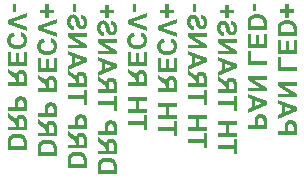
<source format=gbo>
G04 Layer_Color=32896*
%FSAX24Y24*%
%MOIN*%
G70*
G01*
G75*
G36*
X018691Y039074D02*
X018439D01*
Y038820D01*
X018691D01*
Y038691D01*
X018050D01*
Y038820D01*
X018330D01*
Y039074D01*
X018050D01*
Y039203D01*
X018691D01*
Y039074D01*
D02*
G37*
G36*
Y038100D02*
X018582D01*
Y038290D01*
X018050D01*
Y038419D01*
X018582D01*
Y038608D01*
X018691D01*
Y038100D01*
D02*
G37*
G36*
X018174Y040083D02*
X018188Y040075D01*
X018200Y040067D01*
X018212Y040059D01*
X018222Y040052D01*
X018232Y040046D01*
X018240Y040040D01*
X018248Y040034D01*
X018255Y040029D01*
X018260Y040025D01*
X018265Y040021D01*
X018269Y040018D01*
X018273Y040015D01*
X018275Y040013D01*
X018277Y040011D01*
X018278Y040010D01*
X018289Y039999D01*
X018299Y039988D01*
X018308Y039976D01*
X018316Y039965D01*
X018323Y039955D01*
X018328Y039947D01*
X018330Y039945D01*
X018330Y039943D01*
X018332Y039941D01*
Y039940D01*
X018335Y039956D01*
X018338Y039970D01*
X018342Y039984D01*
X018346Y039996D01*
X018351Y040008D01*
X018356Y040018D01*
X018361Y040027D01*
X018366Y040036D01*
X018371Y040043D01*
X018376Y040049D01*
X018380Y040055D01*
X018384Y040060D01*
X018387Y040063D01*
X018389Y040065D01*
X018391Y040067D01*
X018391Y040067D01*
X018400Y040075D01*
X018410Y040081D01*
X018420Y040087D01*
X018430Y040092D01*
X018440Y040096D01*
X018450Y040099D01*
X018469Y040104D01*
X018477Y040106D01*
X018486Y040108D01*
X018493Y040108D01*
X018499Y040109D01*
X018504Y040110D01*
X018511D01*
X018532Y040108D01*
X018550Y040106D01*
X018568Y040101D01*
X018582Y040096D01*
X018589Y040093D01*
X018595Y040090D01*
X018600Y040088D01*
X018604Y040086D01*
X018607Y040084D01*
X018609Y040083D01*
X018611Y040081D01*
X018611D01*
X018627Y040070D01*
X018640Y040058D01*
X018650Y040046D01*
X018659Y040034D01*
X018666Y040023D01*
X018668Y040019D01*
X018670Y040015D01*
X018671Y040011D01*
X018673Y040009D01*
X018673Y040008D01*
Y040007D01*
X018676Y039998D01*
X018679Y039988D01*
X018682Y039976D01*
X018683Y039964D01*
X018686Y039940D01*
X018688Y039915D01*
X018689Y039904D01*
X018690Y039893D01*
Y039883D01*
X018691Y039875D01*
Y039868D01*
Y039863D01*
Y039859D01*
Y039858D01*
Y039586D01*
X018050D01*
Y039715D01*
X018317D01*
Y039741D01*
Y039757D01*
X018316Y039770D01*
X018315Y039781D01*
X018314Y039790D01*
X018312Y039797D01*
X018311Y039802D01*
X018310Y039805D01*
X018310Y039806D01*
X018307Y039813D01*
X018303Y039820D01*
X018298Y039827D01*
X018294Y039833D01*
X018289Y039838D01*
X018287Y039842D01*
X018284Y039844D01*
X018283Y039845D01*
X018279Y039849D01*
X018273Y039853D01*
X018267Y039858D01*
X018260Y039863D01*
X018245Y039875D01*
X018229Y039886D01*
X018214Y039897D01*
X018208Y039902D01*
X018201Y039905D01*
X018196Y039909D01*
X018193Y039911D01*
X018190Y039913D01*
X018189Y039913D01*
X018050Y040007D01*
Y040162D01*
X018174Y040083D01*
D02*
G37*
G36*
X018285Y041238D02*
X018273Y041235D01*
X018260Y041231D01*
X018249Y041227D01*
X018239Y041223D01*
X018230Y041218D01*
X018221Y041214D01*
X018214Y041209D01*
X018207Y041205D01*
X018201Y041201D01*
X018196Y041197D01*
X018192Y041193D01*
X018188Y041190D01*
X018185Y041188D01*
X018183Y041186D01*
X018183Y041185D01*
X018182Y041184D01*
X018176Y041177D01*
X018171Y041170D01*
X018163Y041155D01*
X018158Y041140D01*
X018153Y041127D01*
X018151Y041114D01*
X018150Y041109D01*
Y041104D01*
X018149Y041101D01*
Y041098D01*
Y041097D01*
Y041096D01*
X018150Y041084D01*
X018151Y041071D01*
X018154Y041059D01*
X018158Y041049D01*
X018161Y041038D01*
X018165Y041029D01*
X018170Y041020D01*
X018175Y041013D01*
X018180Y041006D01*
X018185Y041000D01*
X018189Y040995D01*
X018192Y040990D01*
X018196Y040987D01*
X018199Y040984D01*
X018200Y040983D01*
X018201Y040982D01*
X018211Y040975D01*
X018223Y040968D01*
X018235Y040962D01*
X018249Y040957D01*
X018264Y040953D01*
X018278Y040950D01*
X018306Y040945D01*
X018320Y040943D01*
X018332Y040941D01*
X018344Y040941D01*
X018354Y040940D01*
X018362Y040939D01*
X018373D01*
X018394Y040940D01*
X018414Y040941D01*
X018431Y040943D01*
X018448Y040946D01*
X018463Y040950D01*
X018476Y040953D01*
X018489Y040957D01*
X018499Y040961D01*
X018509Y040965D01*
X018517Y040969D01*
X018524Y040972D01*
X018530Y040976D01*
X018534Y040979D01*
X018537Y040981D01*
X018539Y040982D01*
X018539Y040983D01*
X018548Y040991D01*
X018556Y041001D01*
X018563Y041010D01*
X018569Y041020D01*
X018574Y041029D01*
X018578Y041039D01*
X018582Y041049D01*
X018584Y041058D01*
X018586Y041066D01*
X018588Y041074D01*
X018589Y041081D01*
X018590Y041087D01*
X018591Y041092D01*
Y041095D01*
Y041098D01*
Y041099D01*
X018589Y041118D01*
X018586Y041134D01*
X018582Y041149D01*
X018576Y041162D01*
X018570Y041172D01*
X018568Y041177D01*
X018566Y041180D01*
X018564Y041183D01*
X018563Y041185D01*
X018562Y041186D01*
X018561Y041186D01*
X018550Y041199D01*
X018537Y041209D01*
X018524Y041217D01*
X018512Y041224D01*
X018500Y041229D01*
X018496Y041231D01*
X018491Y041232D01*
X018488Y041233D01*
X018485Y041233D01*
X018484Y041234D01*
X018483D01*
X018514Y041362D01*
X018527Y041358D01*
X018541Y041353D01*
X018552Y041347D01*
X018564Y041342D01*
X018575Y041337D01*
X018584Y041331D01*
X018593Y041326D01*
X018601Y041321D01*
X018608Y041315D01*
X018614Y041311D01*
X018619Y041307D01*
X018623Y041303D01*
X018627Y041300D01*
X018629Y041298D01*
X018630Y041297D01*
X018631Y041296D01*
X018643Y041281D01*
X018654Y041267D01*
X018664Y041251D01*
X018671Y041235D01*
X018678Y041219D01*
X018684Y041203D01*
X018688Y041188D01*
X018692Y041173D01*
X018695Y041159D01*
X018698Y041146D01*
X018699Y041134D01*
X018700Y041124D01*
X018700Y041116D01*
X018701Y041111D01*
Y041106D01*
Y041105D01*
X018700Y041081D01*
X018698Y041057D01*
X018693Y041035D01*
X018687Y041014D01*
X018680Y040995D01*
X018673Y040977D01*
X018665Y040961D01*
X018657Y040946D01*
X018648Y040933D01*
X018641Y040921D01*
X018633Y040911D01*
X018626Y040903D01*
X018620Y040896D01*
X018616Y040892D01*
X018613Y040888D01*
X018612Y040888D01*
X018595Y040873D01*
X018576Y040861D01*
X018557Y040850D01*
X018536Y040841D01*
X018516Y040832D01*
X018495Y040826D01*
X018475Y040820D01*
X018455Y040816D01*
X018437Y040813D01*
X018419Y040810D01*
X018403Y040809D01*
X018390Y040807D01*
X018379Y040807D01*
X018375Y040806D01*
X018364D01*
X018336Y040807D01*
X018310Y040809D01*
X018286Y040814D01*
X018263Y040818D01*
X018242Y040825D01*
X018222Y040832D01*
X018204Y040839D01*
X018188Y040847D01*
X018174Y040854D01*
X018161Y040862D01*
X018151Y040869D01*
X018142Y040875D01*
X018135Y040880D01*
X018130Y040884D01*
X018126Y040887D01*
X018126Y040888D01*
X018110Y040904D01*
X018097Y040920D01*
X018085Y040938D01*
X018076Y040955D01*
X018067Y040972D01*
X018060Y040990D01*
X018054Y041007D01*
X018050Y041023D01*
X018046Y041038D01*
X018044Y041053D01*
X018042Y041065D01*
X018040Y041076D01*
X018040Y041085D01*
X018039Y041092D01*
Y041096D01*
Y041097D01*
Y041097D01*
X018040Y041116D01*
X018041Y041134D01*
X018044Y041152D01*
X018047Y041167D01*
X018051Y041183D01*
X018055Y041197D01*
X018060Y041210D01*
X018065Y041221D01*
X018069Y041232D01*
X018074Y041241D01*
X018078Y041249D01*
X018082Y041256D01*
X018085Y041260D01*
X018087Y041265D01*
X018089Y041267D01*
X018090Y041267D01*
X018100Y041280D01*
X018111Y041291D01*
X018123Y041301D01*
X018136Y041311D01*
X018149Y041319D01*
X018162Y041328D01*
X018175Y041335D01*
X018187Y041341D01*
X018199Y041347D01*
X018210Y041351D01*
X018221Y041355D01*
X018229Y041358D01*
X018237Y041361D01*
X018242Y041362D01*
X018245Y041364D01*
X018246D01*
X018285Y041238D01*
D02*
G37*
G36*
X018158Y040361D02*
X018332D01*
Y040682D01*
X018441D01*
Y040361D01*
X018582D01*
Y040707D01*
X018691D01*
Y040232D01*
X018050D01*
Y040719D01*
X018158D01*
Y040361D01*
D02*
G37*
G36*
X019344Y042252D02*
X019221D01*
Y042493D01*
X019344D01*
Y042252D01*
D02*
G37*
G36*
X019174Y040230D02*
X019188Y040221D01*
X019200Y040213D01*
X019212Y040205D01*
X019222Y040198D01*
X019232Y040192D01*
X019240Y040186D01*
X019248Y040180D01*
X019255Y040175D01*
X019260Y040171D01*
X019265Y040167D01*
X019269Y040164D01*
X019273Y040161D01*
X019275Y040159D01*
X019277Y040157D01*
X019278Y040156D01*
X019289Y040146D01*
X019299Y040134D01*
X019308Y040122D01*
X019316Y040111D01*
X019323Y040101D01*
X019328Y040094D01*
X019330Y040091D01*
X019330Y040089D01*
X019332Y040087D01*
Y040087D01*
X019335Y040102D01*
X019338Y040117D01*
X019342Y040130D01*
X019346Y040142D01*
X019351Y040154D01*
X019356Y040164D01*
X019361Y040173D01*
X019366Y040182D01*
X019371Y040189D01*
X019376Y040196D01*
X019380Y040201D01*
X019384Y040206D01*
X019387Y040209D01*
X019389Y040212D01*
X019391Y040213D01*
X019391Y040214D01*
X019400Y040221D01*
X019410Y040228D01*
X019420Y040233D01*
X019430Y040238D01*
X019440Y040242D01*
X019450Y040246D01*
X019469Y040250D01*
X019477Y040253D01*
X019486Y040254D01*
X019493Y040255D01*
X019499Y040255D01*
X019504Y040256D01*
X019511D01*
X019532Y040255D01*
X019550Y040252D01*
X019568Y040247D01*
X019582Y040242D01*
X019589Y040239D01*
X019595Y040237D01*
X019600Y040234D01*
X019604Y040232D01*
X019607Y040230D01*
X019609Y040229D01*
X019611Y040228D01*
X019611D01*
X019627Y040216D01*
X019640Y040204D01*
X019650Y040192D01*
X019659Y040180D01*
X019666Y040169D01*
X019668Y040165D01*
X019670Y040161D01*
X019671Y040157D01*
X019673Y040155D01*
X019673Y040154D01*
Y040153D01*
X019676Y040144D01*
X019679Y040134D01*
X019682Y040122D01*
X019683Y040110D01*
X019686Y040086D01*
X019688Y040061D01*
X019689Y040050D01*
X019690Y040039D01*
Y040029D01*
X019691Y040021D01*
Y040014D01*
Y040009D01*
Y040005D01*
Y040004D01*
Y039732D01*
X019050D01*
Y039861D01*
X019317D01*
Y039887D01*
Y039903D01*
X019316Y039916D01*
X019315Y039927D01*
X019314Y039936D01*
X019312Y039943D01*
X019311Y039948D01*
X019310Y039951D01*
X019310Y039952D01*
X019307Y039960D01*
X019303Y039967D01*
X019298Y039974D01*
X019294Y039979D01*
X019289Y039984D01*
X019287Y039988D01*
X019284Y039990D01*
X019283Y039991D01*
X019279Y039995D01*
X019273Y039999D01*
X019267Y040004D01*
X019260Y040010D01*
X019245Y040021D01*
X019229Y040033D01*
X019214Y040043D01*
X019208Y040048D01*
X019201Y040051D01*
X019196Y040055D01*
X019193Y040058D01*
X019190Y040059D01*
X019189Y040060D01*
X019050Y040153D01*
Y040308D01*
X019174Y040230D01*
D02*
G37*
G36*
X019691Y039141D02*
X019582D01*
Y039331D01*
X019050D01*
Y039460D01*
X019582D01*
Y039649D01*
X019691D01*
Y039141D01*
D02*
G37*
G36*
Y040699D02*
Y040562D01*
X019050Y040313D01*
Y040450D01*
X019196Y040503D01*
Y040759D01*
X019050Y040815D01*
Y040956D01*
X019691Y040699D01*
D02*
G37*
G36*
X019258Y042157D02*
X019278Y042154D01*
X019295Y042150D01*
X019303Y042148D01*
X019310Y042146D01*
X019316Y042143D01*
X019321Y042141D01*
X019326Y042139D01*
X019330Y042137D01*
X019334Y042135D01*
X019336Y042134D01*
X019337Y042133D01*
X019338D01*
X019353Y042122D01*
X019366Y042110D01*
X019377Y042099D01*
X019387Y042087D01*
X019394Y042077D01*
X019399Y042069D01*
X019400Y042065D01*
X019402Y042063D01*
X019403Y042062D01*
Y042061D01*
X019407Y042052D01*
X019412Y042042D01*
X019416Y042031D01*
X019421Y042020D01*
X019428Y041997D01*
X019435Y041974D01*
X019438Y041964D01*
X019441Y041954D01*
X019444Y041945D01*
X019446Y041937D01*
X019447Y041931D01*
X019448Y041926D01*
X019449Y041923D01*
Y041922D01*
X019453Y041905D01*
X019457Y041890D01*
X019462Y041876D01*
X019466Y041863D01*
X019469Y041852D01*
X019473Y041842D01*
X019476Y041834D01*
X019479Y041827D01*
X019482Y041821D01*
X019484Y041815D01*
X019487Y041811D01*
X019489Y041808D01*
X019490Y041806D01*
X019491Y041804D01*
X019492Y041803D01*
X019498Y041797D01*
X019505Y041792D01*
X019512Y041789D01*
X019518Y041786D01*
X019523Y041785D01*
X019527Y041784D01*
X019531D01*
X019540Y041785D01*
X019548Y041788D01*
X019555Y041790D01*
X019560Y041795D01*
X019564Y041798D01*
X019568Y041802D01*
X019570Y041804D01*
X019570Y041804D01*
X019578Y041817D01*
X019584Y041831D01*
X019589Y041847D01*
X019591Y041861D01*
X019593Y041874D01*
X019593Y041879D01*
X019594Y041884D01*
Y041888D01*
Y041890D01*
Y041892D01*
Y041893D01*
X019593Y041913D01*
X019591Y041929D01*
X019587Y041943D01*
X019583Y041955D01*
X019579Y041964D01*
X019575Y041970D01*
X019573Y041974D01*
X019572Y041975D01*
X019563Y041985D01*
X019552Y041992D01*
X019540Y041999D01*
X019529Y042003D01*
X019518Y042007D01*
X019514Y042008D01*
X019509Y042010D01*
X019507Y042010D01*
X019504D01*
X019502Y042011D01*
X019502D01*
X019507Y042140D01*
X019523Y042139D01*
X019538Y042137D01*
X019552Y042133D01*
X019566Y042128D01*
X019578Y042124D01*
X019590Y042118D01*
X019600Y042112D01*
X019610Y042107D01*
X019618Y042101D01*
X019626Y042095D01*
X019633Y042090D01*
X019638Y042085D01*
X019642Y042081D01*
X019645Y042078D01*
X019647Y042076D01*
X019648Y042076D01*
X019657Y042064D01*
X019665Y042051D01*
X019673Y042036D01*
X019679Y042022D01*
X019684Y042007D01*
X019688Y041992D01*
X019691Y041976D01*
X019694Y041963D01*
X019697Y041949D01*
X019698Y041935D01*
X019700Y041924D01*
X019700Y041914D01*
X019701Y041906D01*
Y041900D01*
Y041896D01*
Y041895D01*
Y041895D01*
X019700Y041867D01*
X019699Y041856D01*
X019698Y041843D01*
X019695Y041832D01*
X019694Y041822D01*
X019692Y041813D01*
X019690Y041804D01*
X019687Y041795D01*
X019685Y041788D01*
X019684Y041783D01*
X019682Y041777D01*
X019680Y041774D01*
X019679Y041770D01*
X019678Y041769D01*
Y041768D01*
X019669Y041750D01*
X019659Y041734D01*
X019648Y041720D01*
X019638Y041709D01*
X019628Y041700D01*
X019620Y041693D01*
X019618Y041691D01*
X019616Y041690D01*
X019614Y041688D01*
X019614D01*
X019598Y041679D01*
X019582Y041672D01*
X019566Y041668D01*
X019552Y041664D01*
X019540Y041662D01*
X019534Y041661D01*
X019530D01*
X019527Y041661D01*
X019522D01*
X019508Y041661D01*
X019495Y041663D01*
X019482Y041666D01*
X019470Y041670D01*
X019459Y041675D01*
X019448Y041679D01*
X019438Y041685D01*
X019429Y041691D01*
X019421Y041695D01*
X019414Y041701D01*
X019407Y041706D01*
X019403Y041711D01*
X019398Y041714D01*
X019396Y041717D01*
X019394Y041719D01*
X019393Y041720D01*
X019386Y041728D01*
X019380Y041738D01*
X019373Y041749D01*
X019367Y041760D01*
X019357Y041784D01*
X019347Y041808D01*
X019344Y041820D01*
X019340Y041830D01*
X019337Y041840D01*
X019335Y041849D01*
X019332Y041856D01*
X019331Y041861D01*
X019330Y041864D01*
Y041865D01*
X019326Y041880D01*
X019323Y041893D01*
X019320Y041905D01*
X019317Y041915D01*
X019314Y041925D01*
X019312Y041933D01*
X019310Y041941D01*
X019308Y041947D01*
X019307Y041953D01*
X019305Y041957D01*
X019304Y041961D01*
X019303Y041964D01*
X019303Y041966D01*
Y041967D01*
X019302Y041969D01*
X019297Y041981D01*
X019293Y041990D01*
X019288Y041998D01*
X019284Y042005D01*
X019280Y042009D01*
X019277Y042013D01*
X019275Y042015D01*
X019274Y042015D01*
X019268Y042020D01*
X019262Y042024D01*
X019255Y042026D01*
X019248Y042028D01*
X019244Y042028D01*
X019239Y042029D01*
X019229D01*
X019223Y042028D01*
X019211Y042024D01*
X019200Y042019D01*
X019191Y042013D01*
X019184Y042008D01*
X019178Y042002D01*
X019175Y041999D01*
X019174Y041998D01*
Y041997D01*
X019169Y041991D01*
X019165Y041984D01*
X019158Y041969D01*
X019153Y041953D01*
X019151Y041938D01*
X019149Y041924D01*
X019148Y041918D01*
Y041913D01*
X019147Y041908D01*
Y041905D01*
Y041903D01*
Y041902D01*
X019149Y041881D01*
X019152Y041863D01*
X019156Y041847D01*
X019162Y041833D01*
X019165Y041827D01*
X019167Y041822D01*
X019169Y041817D01*
X019171Y041814D01*
X019174Y041811D01*
X019175Y041809D01*
X019176Y041808D01*
Y041808D01*
X019183Y041802D01*
X019189Y041796D01*
X019203Y041786D01*
X019219Y041778D01*
X019235Y041772D01*
X019248Y041768D01*
X019254Y041765D01*
X019260Y041764D01*
X019264Y041763D01*
X019267Y041763D01*
X019269Y041762D01*
X019270D01*
X019258Y041636D01*
X019238Y041639D01*
X019219Y041643D01*
X019203Y041648D01*
X019187Y041654D01*
X019172Y041660D01*
X019158Y041666D01*
X019146Y041673D01*
X019135Y041680D01*
X019126Y041686D01*
X019117Y041693D01*
X019110Y041699D01*
X019104Y041704D01*
X019100Y041708D01*
X019096Y041711D01*
X019094Y041713D01*
X019094Y041714D01*
X019084Y041727D01*
X019076Y041741D01*
X019068Y041756D01*
X019062Y041771D01*
X019056Y041786D01*
X019052Y041802D01*
X019048Y041817D01*
X019045Y041832D01*
X019043Y041846D01*
X019041Y041859D01*
X019040Y041871D01*
X019039Y041881D01*
Y041889D01*
X019038Y041895D01*
Y041899D01*
Y041901D01*
Y041916D01*
X019039Y041931D01*
X019040Y041945D01*
X019042Y041958D01*
X019044Y041970D01*
X019045Y041982D01*
X019047Y041992D01*
X019050Y042002D01*
X019052Y042010D01*
X019054Y042018D01*
X019056Y042025D01*
X019058Y042031D01*
X019059Y042035D01*
X019060Y042038D01*
X019061Y042040D01*
Y042040D01*
X019071Y042060D01*
X019082Y042078D01*
X019094Y042092D01*
X019106Y042105D01*
X019116Y042115D01*
X019121Y042118D01*
X019125Y042121D01*
X019128Y042124D01*
X019131Y042126D01*
X019132Y042127D01*
X019133D01*
X019142Y042133D01*
X019151Y042137D01*
X019169Y042145D01*
X019187Y042151D01*
X019203Y042154D01*
X019210Y042155D01*
X019216Y042157D01*
X019222Y042158D01*
X019227D01*
X019230Y042158D01*
X019236D01*
X019258Y042157D01*
D02*
G37*
G36*
X019691Y041414D02*
X019260D01*
X019691Y041151D01*
Y041026D01*
X019050D01*
Y041145D01*
X019471D01*
X019050Y041405D01*
Y041534D01*
X019691D01*
Y041414D01*
D02*
G37*
G36*
X018691Y041868D02*
X018217Y041712D01*
X018691Y041549D01*
Y041410D01*
X018050Y041638D01*
Y041777D01*
X018691Y042006D01*
Y041868D01*
D02*
G37*
G36*
X017344Y042256D02*
X017221D01*
Y042498D01*
X017344D01*
Y042256D01*
D02*
G37*
G36*
X017691Y042068D02*
X017217Y041912D01*
X017691Y041749D01*
Y041610D01*
X017050Y041838D01*
Y041977D01*
X017691Y042206D01*
Y042068D01*
D02*
G37*
G36*
X016396Y037386D02*
X016411Y037384D01*
X016425Y037383D01*
X016439Y037382D01*
X016451Y037380D01*
X016463Y037377D01*
X016473Y037376D01*
X016482Y037374D01*
X016491Y037372D01*
X016498Y037370D01*
X016504Y037368D01*
X016509Y037367D01*
X016512Y037366D01*
X016514Y037365D01*
X016515D01*
X016537Y037357D01*
X016557Y037347D01*
X016575Y037336D01*
X016583Y037332D01*
X016590Y037327D01*
X016597Y037322D01*
X016602Y037318D01*
X016607Y037314D01*
X016611Y037311D01*
X016615Y037308D01*
X016617Y037306D01*
X016618Y037305D01*
X016619Y037304D01*
X016634Y037288D01*
X016646Y037272D01*
X016657Y037256D01*
X016664Y037241D01*
X016670Y037228D01*
X016673Y037222D01*
X016675Y037217D01*
X016676Y037213D01*
X016677Y037210D01*
X016678Y037208D01*
Y037207D01*
X016680Y037199D01*
X016682Y037190D01*
X016685Y037171D01*
X016688Y037150D01*
X016689Y037131D01*
X016690Y037122D01*
Y037114D01*
Y037106D01*
X016691Y037099D01*
Y037094D01*
Y037089D01*
Y037087D01*
Y037086D01*
Y036850D01*
X016050D01*
Y037093D01*
Y037106D01*
X016051Y037119D01*
X016051Y037130D01*
X016052Y037141D01*
X016053Y037151D01*
X016054Y037161D01*
X016056Y037169D01*
X016057Y037177D01*
X016058Y037184D01*
X016059Y037190D01*
X016060Y037196D01*
X016061Y037200D01*
X016062Y037203D01*
X016062Y037205D01*
X016063Y037207D01*
Y037207D01*
X016071Y037228D01*
X016079Y037246D01*
X016087Y037261D01*
X016096Y037274D01*
X016099Y037280D01*
X016103Y037284D01*
X016106Y037288D01*
X016109Y037291D01*
X016111Y037294D01*
X016113Y037296D01*
X016114Y037297D01*
X016115Y037298D01*
X016132Y037314D01*
X016151Y037327D01*
X016169Y037339D01*
X016187Y037349D01*
X016196Y037353D01*
X016203Y037357D01*
X016210Y037359D01*
X016216Y037362D01*
X016221Y037364D01*
X016225Y037365D01*
X016227Y037366D01*
X016228D01*
X016250Y037373D01*
X016273Y037378D01*
X016296Y037382D01*
X016317Y037384D01*
X016327Y037385D01*
X016336Y037386D01*
X016344D01*
X016351Y037386D01*
X016380D01*
X016396Y037386D01*
D02*
G37*
G36*
X016507Y038632D02*
X016521Y038631D01*
X016533Y038629D01*
X016545Y038627D01*
X016556Y038625D01*
X016566Y038621D01*
X016575Y038618D01*
X016584Y038614D01*
X016592Y038611D01*
X016598Y038607D01*
X016605Y038604D01*
X016609Y038601D01*
X016613Y038599D01*
X016616Y038597D01*
X016617Y038596D01*
X016618Y038595D01*
X016627Y038588D01*
X016634Y038581D01*
X016641Y038573D01*
X016648Y038565D01*
X016659Y038550D01*
X016668Y038535D01*
X016674Y038523D01*
X016676Y038517D01*
X016678Y038512D01*
X016679Y038509D01*
X016680Y038506D01*
X016681Y038504D01*
Y038503D01*
X016682Y038495D01*
X016684Y038486D01*
X016686Y038476D01*
X016686Y038464D01*
X016687Y038452D01*
X016688Y038439D01*
X016689Y038413D01*
X016690Y038400D01*
Y038389D01*
X016691Y038378D01*
Y038368D01*
Y038361D01*
Y038355D01*
Y038351D01*
Y038350D01*
Y038142D01*
X016050D01*
Y038271D01*
X016292D01*
Y038355D01*
Y038371D01*
X016292Y038387D01*
Y038400D01*
X016293Y038414D01*
X016294Y038425D01*
X016294Y038436D01*
X016295Y038447D01*
X016296Y038456D01*
X016297Y038464D01*
X016298Y038470D01*
X016298Y038477D01*
X016299Y038482D01*
X016300Y038485D01*
Y038488D01*
X016301Y038489D01*
Y038490D01*
X016304Y038502D01*
X016308Y038515D01*
X016313Y038526D01*
X016318Y038536D01*
X016323Y038545D01*
X016327Y038551D01*
X016330Y038555D01*
X016330Y038556D01*
Y038557D01*
X016340Y038568D01*
X016351Y038579D01*
X016361Y038588D01*
X016371Y038597D01*
X016380Y038603D01*
X016387Y038607D01*
X016390Y038609D01*
X016392Y038611D01*
X016393Y038611D01*
X016394D01*
X016409Y038618D01*
X016426Y038624D01*
X016443Y038627D01*
X016458Y038630D01*
X016466Y038631D01*
X016472Y038631D01*
X016478Y038632D01*
X016483Y038633D01*
X016493D01*
X016507Y038632D01*
D02*
G37*
G36*
X016174Y037994D02*
X016188Y037985D01*
X016200Y037977D01*
X016212Y037969D01*
X016222Y037962D01*
X016232Y037956D01*
X016240Y037950D01*
X016248Y037944D01*
X016255Y037940D01*
X016260Y037935D01*
X016265Y037931D01*
X016269Y037928D01*
X016273Y037925D01*
X016275Y037923D01*
X016277Y037922D01*
X016278Y037920D01*
X016289Y037910D01*
X016299Y037898D01*
X016308Y037886D01*
X016316Y037875D01*
X016323Y037865D01*
X016328Y037858D01*
X016330Y037855D01*
X016330Y037853D01*
X016332Y037851D01*
Y037851D01*
X016335Y037866D01*
X016338Y037881D01*
X016342Y037894D01*
X016346Y037906D01*
X016351Y037918D01*
X016356Y037928D01*
X016361Y037938D01*
X016366Y037946D01*
X016371Y037953D01*
X016376Y037960D01*
X016380Y037965D01*
X016384Y037970D01*
X016387Y037974D01*
X016389Y037976D01*
X016391Y037977D01*
X016391Y037978D01*
X016400Y037985D01*
X016410Y037992D01*
X016420Y037997D01*
X016430Y038002D01*
X016440Y038006D01*
X016450Y038010D01*
X016469Y038015D01*
X016478Y038017D01*
X016486Y038018D01*
X016493Y038019D01*
X016499Y038019D01*
X016504Y038020D01*
X016511D01*
X016532Y038019D01*
X016550Y038016D01*
X016568Y038011D01*
X016582Y038006D01*
X016589Y038003D01*
X016595Y038001D01*
X016600Y037999D01*
X016604Y037996D01*
X016607Y037994D01*
X016609Y037993D01*
X016611Y037992D01*
X016611D01*
X016627Y037981D01*
X016640Y037968D01*
X016650Y037956D01*
X016659Y037944D01*
X016666Y037933D01*
X016668Y037929D01*
X016670Y037925D01*
X016671Y037922D01*
X016673Y037919D01*
X016673Y037918D01*
Y037917D01*
X016676Y037908D01*
X016679Y037898D01*
X016682Y037886D01*
X016683Y037874D01*
X016686Y037850D01*
X016688Y037825D01*
X016689Y037814D01*
X016690Y037803D01*
Y037793D01*
X016691Y037785D01*
Y037778D01*
Y037773D01*
Y037770D01*
Y037768D01*
Y037496D01*
X016050D01*
Y037625D01*
X016317D01*
Y037651D01*
Y037667D01*
X016316Y037680D01*
X016315Y037691D01*
X016314Y037700D01*
X016312Y037707D01*
X016311Y037712D01*
X016310Y037715D01*
X016310Y037716D01*
X016307Y037724D01*
X016303Y037731D01*
X016298Y037738D01*
X016294Y037743D01*
X016289Y037748D01*
X016287Y037752D01*
X016284Y037754D01*
X016283Y037755D01*
X016279Y037759D01*
X016273Y037763D01*
X016267Y037768D01*
X016260Y037774D01*
X016245Y037785D01*
X016229Y037797D01*
X016214Y037807D01*
X016208Y037812D01*
X016201Y037815D01*
X016196Y037819D01*
X016193Y037822D01*
X016190Y037823D01*
X016189Y037824D01*
X016050Y037917D01*
Y038072D01*
X016174Y037994D01*
D02*
G37*
G36*
X017285Y041438D02*
X017273Y041435D01*
X017260Y041431D01*
X017249Y041427D01*
X017239Y041423D01*
X017230Y041418D01*
X017221Y041414D01*
X017214Y041409D01*
X017207Y041405D01*
X017201Y041401D01*
X017196Y041397D01*
X017192Y041393D01*
X017188Y041390D01*
X017185Y041388D01*
X017183Y041386D01*
X017183Y041385D01*
X017182Y041384D01*
X017176Y041377D01*
X017171Y041370D01*
X017163Y041355D01*
X017158Y041340D01*
X017153Y041327D01*
X017151Y041314D01*
X017150Y041309D01*
Y041304D01*
X017149Y041301D01*
Y041298D01*
Y041297D01*
Y041296D01*
X017150Y041284D01*
X017151Y041271D01*
X017154Y041259D01*
X017158Y041249D01*
X017161Y041238D01*
X017165Y041229D01*
X017170Y041220D01*
X017175Y041213D01*
X017180Y041206D01*
X017185Y041200D01*
X017189Y041195D01*
X017192Y041190D01*
X017196Y041187D01*
X017199Y041184D01*
X017200Y041183D01*
X017201Y041182D01*
X017211Y041175D01*
X017223Y041168D01*
X017235Y041162D01*
X017249Y041157D01*
X017264Y041153D01*
X017278Y041150D01*
X017306Y041145D01*
X017320Y041143D01*
X017332Y041141D01*
X017344Y041141D01*
X017354Y041140D01*
X017362Y041139D01*
X017373D01*
X017394Y041140D01*
X017414Y041141D01*
X017431Y041143D01*
X017448Y041146D01*
X017463Y041150D01*
X017476Y041153D01*
X017489Y041157D01*
X017499Y041161D01*
X017509Y041165D01*
X017517Y041169D01*
X017524Y041172D01*
X017530Y041176D01*
X017534Y041179D01*
X017537Y041181D01*
X017539Y041182D01*
X017539Y041183D01*
X017548Y041191D01*
X017556Y041201D01*
X017563Y041210D01*
X017569Y041220D01*
X017574Y041229D01*
X017578Y041239D01*
X017582Y041249D01*
X017584Y041258D01*
X017586Y041266D01*
X017588Y041274D01*
X017589Y041281D01*
X017590Y041287D01*
X017591Y041292D01*
Y041295D01*
Y041298D01*
Y041299D01*
X017589Y041318D01*
X017586Y041334D01*
X017582Y041349D01*
X017576Y041362D01*
X017571Y041372D01*
X017568Y041377D01*
X017566Y041380D01*
X017564Y041383D01*
X017563Y041385D01*
X017562Y041386D01*
X017561Y041386D01*
X017550Y041399D01*
X017537Y041409D01*
X017524Y041417D01*
X017512Y041424D01*
X017500Y041429D01*
X017496Y041431D01*
X017491Y041432D01*
X017488Y041433D01*
X017485Y041433D01*
X017484Y041434D01*
X017483D01*
X017514Y041562D01*
X017527Y041558D01*
X017541Y041553D01*
X017552Y041547D01*
X017564Y041542D01*
X017575Y041537D01*
X017584Y041531D01*
X017593Y041526D01*
X017601Y041521D01*
X017608Y041515D01*
X017614Y041511D01*
X017619Y041507D01*
X017623Y041503D01*
X017627Y041500D01*
X017629Y041498D01*
X017630Y041497D01*
X017631Y041496D01*
X017643Y041481D01*
X017654Y041467D01*
X017664Y041451D01*
X017671Y041435D01*
X017678Y041419D01*
X017684Y041403D01*
X017688Y041388D01*
X017692Y041373D01*
X017695Y041359D01*
X017697Y041346D01*
X017699Y041334D01*
X017700Y041324D01*
X017700Y041316D01*
X017701Y041311D01*
Y041306D01*
Y041305D01*
X017700Y041281D01*
X017697Y041257D01*
X017693Y041235D01*
X017687Y041214D01*
X017680Y041195D01*
X017673Y041177D01*
X017665Y041161D01*
X017657Y041146D01*
X017648Y041133D01*
X017641Y041121D01*
X017633Y041111D01*
X017626Y041103D01*
X017620Y041096D01*
X017616Y041092D01*
X017613Y041088D01*
X017612Y041088D01*
X017595Y041073D01*
X017576Y041061D01*
X017557Y041050D01*
X017536Y041041D01*
X017516Y041032D01*
X017495Y041026D01*
X017475Y041020D01*
X017455Y041016D01*
X017437Y041013D01*
X017419Y041010D01*
X017403Y041009D01*
X017390Y041007D01*
X017379Y041007D01*
X017375Y041006D01*
X017364D01*
X017336Y041007D01*
X017310Y041009D01*
X017286Y041014D01*
X017263Y041018D01*
X017242Y041025D01*
X017222Y041032D01*
X017204Y041039D01*
X017188Y041047D01*
X017174Y041054D01*
X017161Y041062D01*
X017151Y041069D01*
X017142Y041075D01*
X017135Y041080D01*
X017130Y041084D01*
X017126Y041087D01*
X017126Y041088D01*
X017110Y041104D01*
X017097Y041120D01*
X017085Y041138D01*
X017076Y041155D01*
X017067Y041172D01*
X017060Y041190D01*
X017054Y041207D01*
X017050Y041223D01*
X017046Y041238D01*
X017044Y041253D01*
X017042Y041265D01*
X017040Y041276D01*
X017040Y041285D01*
X017039Y041292D01*
Y041296D01*
Y041297D01*
Y041297D01*
X017040Y041316D01*
X017041Y041334D01*
X017044Y041352D01*
X017047Y041367D01*
X017051Y041383D01*
X017055Y041397D01*
X017060Y041410D01*
X017065Y041421D01*
X017069Y041432D01*
X017074Y041441D01*
X017078Y041449D01*
X017082Y041456D01*
X017085Y041460D01*
X017087Y041465D01*
X017089Y041467D01*
X017090Y041467D01*
X017100Y041480D01*
X017111Y041491D01*
X017123Y041501D01*
X017136Y041511D01*
X017149Y041519D01*
X017162Y041528D01*
X017175Y041535D01*
X017187Y041541D01*
X017199Y041547D01*
X017210Y041551D01*
X017221Y041555D01*
X017229Y041558D01*
X017237Y041561D01*
X017242Y041562D01*
X017245Y041564D01*
X017246D01*
X017285Y041438D01*
D02*
G37*
G36*
X017691Y038300D02*
X017582D01*
Y038490D01*
X017050D01*
Y038619D01*
X017582D01*
Y038808D01*
X017691D01*
Y038300D01*
D02*
G37*
G36*
X018423Y042324D02*
X018589D01*
Y042212D01*
X018423D01*
Y042044D01*
X018308D01*
Y042212D01*
X018142D01*
Y042324D01*
X018308D01*
Y042492D01*
X018423D01*
Y042324D01*
D02*
G37*
G36*
X017691Y039274D02*
X017439D01*
Y039020D01*
X017691D01*
Y038891D01*
X017050D01*
Y039020D01*
X017330D01*
Y039274D01*
X017050D01*
Y039403D01*
X017691D01*
Y039274D01*
D02*
G37*
G36*
X017158Y040561D02*
X017332D01*
Y040882D01*
X017441D01*
Y040561D01*
X017582D01*
Y040907D01*
X017691D01*
Y040432D01*
X017050D01*
Y040919D01*
X017158D01*
Y040561D01*
D02*
G37*
G36*
X017174Y040283D02*
X017188Y040275D01*
X017200Y040267D01*
X017212Y040259D01*
X017222Y040252D01*
X017232Y040246D01*
X017240Y040240D01*
X017248Y040234D01*
X017255Y040229D01*
X017260Y040225D01*
X017265Y040221D01*
X017269Y040218D01*
X017273Y040215D01*
X017275Y040213D01*
X017277Y040211D01*
X017278Y040210D01*
X017289Y040199D01*
X017299Y040188D01*
X017308Y040176D01*
X017316Y040165D01*
X017323Y040155D01*
X017328Y040147D01*
X017330Y040145D01*
X017330Y040143D01*
X017332Y040141D01*
Y040140D01*
X017335Y040156D01*
X017338Y040170D01*
X017342Y040184D01*
X017346Y040196D01*
X017351Y040208D01*
X017356Y040218D01*
X017361Y040227D01*
X017366Y040236D01*
X017371Y040243D01*
X017376Y040249D01*
X017380Y040255D01*
X017384Y040260D01*
X017387Y040263D01*
X017389Y040265D01*
X017391Y040267D01*
X017391Y040267D01*
X017400Y040275D01*
X017410Y040281D01*
X017420Y040287D01*
X017430Y040292D01*
X017440Y040296D01*
X017450Y040299D01*
X017469Y040304D01*
X017478Y040306D01*
X017486Y040308D01*
X017493Y040308D01*
X017499Y040309D01*
X017504Y040310D01*
X017511D01*
X017532Y040308D01*
X017550Y040306D01*
X017568Y040301D01*
X017582Y040296D01*
X017589Y040293D01*
X017595Y040290D01*
X017600Y040288D01*
X017604Y040286D01*
X017607Y040284D01*
X017609Y040283D01*
X017611Y040281D01*
X017611D01*
X017627Y040270D01*
X017640Y040258D01*
X017650Y040246D01*
X017659Y040234D01*
X017666Y040223D01*
X017668Y040219D01*
X017670Y040215D01*
X017671Y040211D01*
X017673Y040209D01*
X017673Y040208D01*
Y040207D01*
X017676Y040198D01*
X017679Y040188D01*
X017682Y040176D01*
X017683Y040164D01*
X017686Y040140D01*
X017688Y040115D01*
X017689Y040104D01*
X017690Y040093D01*
Y040083D01*
X017691Y040075D01*
Y040068D01*
Y040063D01*
Y040059D01*
Y040058D01*
Y039786D01*
X017050D01*
Y039915D01*
X017317D01*
Y039941D01*
Y039957D01*
X017316Y039970D01*
X017315Y039981D01*
X017314Y039990D01*
X017312Y039997D01*
X017311Y040002D01*
X017310Y040005D01*
X017310Y040006D01*
X017307Y040013D01*
X017303Y040020D01*
X017298Y040027D01*
X017294Y040033D01*
X017289Y040038D01*
X017287Y040042D01*
X017284Y040044D01*
X017283Y040045D01*
X017279Y040049D01*
X017273Y040053D01*
X017267Y040058D01*
X017260Y040063D01*
X017245Y040075D01*
X017229Y040086D01*
X017214Y040097D01*
X017208Y040102D01*
X017201Y040105D01*
X017196Y040109D01*
X017193Y040111D01*
X017190Y040113D01*
X017189Y040113D01*
X017050Y040207D01*
Y040362D01*
X017174Y040283D01*
D02*
G37*
G36*
X019691Y038674D02*
X019439D01*
Y038420D01*
X019691D01*
Y038291D01*
X019050D01*
Y038420D01*
X019330D01*
Y038674D01*
X019050D01*
Y038803D01*
X019691D01*
Y038674D01*
D02*
G37*
G36*
X021507Y038840D02*
X021521Y038839D01*
X021533Y038837D01*
X021545Y038835D01*
X021556Y038832D01*
X021566Y038829D01*
X021575Y038825D01*
X021584Y038822D01*
X021592Y038818D01*
X021598Y038815D01*
X021605Y038812D01*
X021609Y038809D01*
X021613Y038807D01*
X021616Y038805D01*
X021617Y038804D01*
X021618Y038803D01*
X021627Y038796D01*
X021634Y038789D01*
X021641Y038781D01*
X021648Y038773D01*
X021659Y038757D01*
X021668Y038743D01*
X021674Y038730D01*
X021676Y038725D01*
X021678Y038720D01*
X021679Y038716D01*
X021680Y038714D01*
X021681Y038712D01*
Y038711D01*
X021682Y038703D01*
X021684Y038694D01*
X021686Y038684D01*
X021686Y038672D01*
X021687Y038660D01*
X021688Y038647D01*
X021689Y038621D01*
X021690Y038608D01*
Y038597D01*
X021691Y038586D01*
Y038576D01*
Y038569D01*
Y038562D01*
Y038559D01*
Y038558D01*
Y038350D01*
X021050D01*
Y038479D01*
X021292D01*
Y038563D01*
Y038579D01*
X021292Y038594D01*
Y038608D01*
X021293Y038621D01*
X021294Y038633D01*
X021294Y038644D01*
X021295Y038655D01*
X021296Y038664D01*
X021297Y038671D01*
X021298Y038678D01*
X021298Y038685D01*
X021299Y038689D01*
X021300Y038693D01*
Y038696D01*
X021301Y038697D01*
Y038698D01*
X021304Y038710D01*
X021308Y038723D01*
X021313Y038734D01*
X021318Y038744D01*
X021323Y038753D01*
X021327Y038759D01*
X021330Y038763D01*
X021330Y038764D01*
Y038764D01*
X021340Y038776D01*
X021351Y038787D01*
X021361Y038796D01*
X021371Y038805D01*
X021380Y038811D01*
X021387Y038815D01*
X021390Y038817D01*
X021392Y038818D01*
X021393Y038819D01*
X021394D01*
X021409Y038826D01*
X021426Y038832D01*
X021443Y038835D01*
X021458Y038838D01*
X021466Y038839D01*
X021472Y038839D01*
X021478Y038840D01*
X021483Y038841D01*
X021493D01*
X021507Y038840D01*
D02*
G37*
G36*
X022423Y042329D02*
X022589D01*
Y042217D01*
X022423D01*
Y042049D01*
X022308D01*
Y042217D01*
X022142D01*
Y042329D01*
X022308D01*
Y042497D01*
X022423D01*
Y042329D01*
D02*
G37*
G36*
X021691Y039268D02*
Y039131D01*
X021050Y038882D01*
Y039018D01*
X021196Y039072D01*
Y039328D01*
X021050Y039384D01*
Y039525D01*
X021691Y039268D01*
D02*
G37*
G36*
X021158Y040620D02*
X021685D01*
Y040491D01*
X021050D01*
Y040941D01*
X021158D01*
Y040620D01*
D02*
G37*
G36*
X021691Y039983D02*
X021260D01*
X021691Y039719D01*
Y039594D01*
X021050D01*
Y039714D01*
X021471D01*
X021050Y039973D01*
Y040102D01*
X021691D01*
Y039983D01*
D02*
G37*
G36*
X022396Y041966D02*
X022411Y041965D01*
X022425Y041964D01*
X022439Y041962D01*
X022451Y041960D01*
X022463Y041958D01*
X022473Y041957D01*
X022482Y041955D01*
X022491Y041952D01*
X022498Y041950D01*
X022504Y041949D01*
X022509Y041948D01*
X022512Y041946D01*
X022514Y041945D01*
X022515D01*
X022537Y041937D01*
X022557Y041927D01*
X022575Y041917D01*
X022583Y041912D01*
X022590Y041907D01*
X022597Y041902D01*
X022602Y041898D01*
X022607Y041894D01*
X022611Y041891D01*
X022615Y041889D01*
X022617Y041887D01*
X022618Y041885D01*
X022619Y041884D01*
X022634Y041868D01*
X022646Y041852D01*
X022657Y041837D01*
X022664Y041821D01*
X022670Y041808D01*
X022673Y041803D01*
X022675Y041798D01*
X022676Y041793D01*
X022677Y041791D01*
X022678Y041789D01*
Y041788D01*
X022680Y041780D01*
X022682Y041771D01*
X022685Y041751D01*
X022688Y041731D01*
X022689Y041712D01*
X022690Y041703D01*
Y041694D01*
Y041687D01*
X022691Y041680D01*
Y041674D01*
Y041670D01*
Y041667D01*
Y041666D01*
Y041431D01*
X022050D01*
Y041673D01*
Y041687D01*
X022051Y041699D01*
X022051Y041711D01*
X022052Y041721D01*
X022053Y041732D01*
X022054Y041741D01*
X022056Y041750D01*
X022057Y041757D01*
X022058Y041764D01*
X022059Y041771D01*
X022060Y041776D01*
X022061Y041780D01*
X022062Y041784D01*
X022062Y041786D01*
X022063Y041787D01*
Y041788D01*
X022071Y041808D01*
X022079Y041826D01*
X022087Y041841D01*
X022096Y041855D01*
X022099Y041860D01*
X022103Y041865D01*
X022106Y041868D01*
X022109Y041872D01*
X022111Y041875D01*
X022113Y041877D01*
X022114Y041877D01*
X022115Y041878D01*
X022132Y041894D01*
X022151Y041908D01*
X022169Y041920D01*
X022187Y041930D01*
X022196Y041934D01*
X022203Y041937D01*
X022210Y041940D01*
X022216Y041943D01*
X022221Y041944D01*
X022225Y041945D01*
X022227Y041947D01*
X022228D01*
X022250Y041954D01*
X022273Y041959D01*
X022296Y041962D01*
X022317Y041964D01*
X022327Y041966D01*
X022336Y041966D01*
X022344D01*
X022350Y041967D01*
X022380D01*
X022396Y041966D01*
D02*
G37*
G36*
X022691Y039068D02*
Y038931D01*
X022050Y038682D01*
Y038818D01*
X022196Y038872D01*
Y039128D01*
X022050Y039184D01*
Y039325D01*
X022691Y039068D01*
D02*
G37*
G36*
X022507Y038640D02*
X022521Y038639D01*
X022533Y038637D01*
X022545Y038635D01*
X022556Y038632D01*
X022566Y038629D01*
X022575Y038625D01*
X022584Y038622D01*
X022592Y038618D01*
X022598Y038615D01*
X022605Y038612D01*
X022609Y038609D01*
X022613Y038607D01*
X022616Y038605D01*
X022617Y038604D01*
X022618Y038603D01*
X022627Y038596D01*
X022634Y038589D01*
X022641Y038581D01*
X022648Y038573D01*
X022659Y038557D01*
X022668Y038543D01*
X022674Y038530D01*
X022676Y038525D01*
X022678Y038520D01*
X022679Y038516D01*
X022680Y038514D01*
X022681Y038512D01*
Y038511D01*
X022682Y038503D01*
X022684Y038494D01*
X022686Y038484D01*
X022686Y038472D01*
X022687Y038460D01*
X022688Y038447D01*
X022689Y038421D01*
X022690Y038408D01*
Y038397D01*
X022691Y038386D01*
Y038376D01*
Y038369D01*
Y038362D01*
Y038359D01*
Y038358D01*
Y038150D01*
X022050D01*
Y038279D01*
X022292D01*
Y038363D01*
Y038379D01*
X022292Y038394D01*
Y038408D01*
X022293Y038421D01*
X022294Y038433D01*
X022294Y038444D01*
X022295Y038455D01*
X022296Y038464D01*
X022297Y038471D01*
X022298Y038478D01*
X022298Y038485D01*
X022299Y038489D01*
X022300Y038493D01*
Y038496D01*
X022301Y038497D01*
Y038498D01*
X022304Y038510D01*
X022308Y038523D01*
X022313Y038534D01*
X022318Y038544D01*
X022323Y038553D01*
X022327Y038559D01*
X022330Y038563D01*
X022330Y038564D01*
Y038564D01*
X022340Y038576D01*
X022350Y038587D01*
X022361Y038596D01*
X022371Y038605D01*
X022380Y038611D01*
X022387Y038615D01*
X022390Y038617D01*
X022392Y038618D01*
X022393Y038619D01*
X022394D01*
X022409Y038626D01*
X022426Y038632D01*
X022443Y038635D01*
X022458Y038638D01*
X022466Y038639D01*
X022472Y038639D01*
X022478Y038640D01*
X022483Y038641D01*
X022493D01*
X022507Y038640D01*
D02*
G37*
G36*
X022691Y039783D02*
X022260D01*
X022691Y039519D01*
Y039394D01*
X022050D01*
Y039514D01*
X022471D01*
X022050Y039773D01*
Y039902D01*
X022691D01*
Y039783D01*
D02*
G37*
G36*
X022158Y040963D02*
X022332D01*
Y041284D01*
X022441D01*
Y040963D01*
X022582D01*
Y041308D01*
X022691D01*
Y040834D01*
X022050D01*
Y041321D01*
X022158D01*
Y040963D01*
D02*
G37*
G36*
Y040420D02*
X022685D01*
Y040291D01*
X022050D01*
Y040741D01*
X022158D01*
Y040420D01*
D02*
G37*
G36*
X021158Y041163D02*
X021332D01*
Y041484D01*
X021441D01*
Y041163D01*
X021582D01*
Y041508D01*
X021691D01*
Y041034D01*
X021050D01*
Y041521D01*
X021158D01*
Y041163D01*
D02*
G37*
G36*
X020691Y041214D02*
X020260D01*
X020691Y040951D01*
Y040826D01*
X020050D01*
Y040945D01*
X020471D01*
X020050Y041205D01*
Y041334D01*
X020691D01*
Y041214D01*
D02*
G37*
G36*
Y040499D02*
Y040362D01*
X020050Y040113D01*
Y040250D01*
X020196Y040303D01*
Y040559D01*
X020050Y040615D01*
Y040756D01*
X020691Y040499D01*
D02*
G37*
G36*
X020258Y041957D02*
X020278Y041954D01*
X020295Y041950D01*
X020303Y041948D01*
X020310Y041946D01*
X020316Y041943D01*
X020321Y041941D01*
X020326Y041939D01*
X020330Y041937D01*
X020334Y041935D01*
X020336Y041934D01*
X020337Y041933D01*
X020338D01*
X020353Y041922D01*
X020366Y041910D01*
X020377Y041899D01*
X020387Y041887D01*
X020394Y041877D01*
X020399Y041869D01*
X020400Y041865D01*
X020402Y041863D01*
X020403Y041862D01*
Y041861D01*
X020407Y041852D01*
X020412Y041842D01*
X020416Y041831D01*
X020421Y041820D01*
X020428Y041797D01*
X020435Y041774D01*
X020438Y041764D01*
X020441Y041754D01*
X020443Y041745D01*
X020446Y041737D01*
X020447Y041731D01*
X020448Y041726D01*
X020449Y041723D01*
Y041722D01*
X020453Y041705D01*
X020457Y041690D01*
X020462Y041676D01*
X020466Y041663D01*
X020469Y041652D01*
X020473Y041642D01*
X020476Y041634D01*
X020479Y041627D01*
X020482Y041621D01*
X020484Y041615D01*
X020487Y041611D01*
X020489Y041608D01*
X020490Y041606D01*
X020491Y041604D01*
X020492Y041603D01*
X020498Y041597D01*
X020505Y041592D01*
X020512Y041589D01*
X020518Y041586D01*
X020523Y041585D01*
X020527Y041584D01*
X020531D01*
X020540Y041585D01*
X020548Y041588D01*
X020555Y041590D01*
X020560Y041595D01*
X020564Y041598D01*
X020568Y041602D01*
X020570Y041604D01*
X020570Y041604D01*
X020578Y041617D01*
X020584Y041631D01*
X020589Y041647D01*
X020591Y041661D01*
X020593Y041674D01*
X020593Y041679D01*
X020594Y041684D01*
Y041688D01*
Y041690D01*
Y041692D01*
Y041693D01*
X020593Y041713D01*
X020591Y041729D01*
X020587Y041743D01*
X020583Y041755D01*
X020579Y041764D01*
X020575Y041770D01*
X020573Y041774D01*
X020572Y041775D01*
X020563Y041785D01*
X020552Y041792D01*
X020540Y041799D01*
X020529Y041803D01*
X020518Y041807D01*
X020514Y041808D01*
X020509Y041810D01*
X020507Y041810D01*
X020504D01*
X020502Y041811D01*
X020502D01*
X020507Y041940D01*
X020523Y041939D01*
X020538Y041937D01*
X020552Y041933D01*
X020566Y041928D01*
X020578Y041924D01*
X020590Y041918D01*
X020600Y041912D01*
X020610Y041907D01*
X020618Y041901D01*
X020626Y041895D01*
X020633Y041890D01*
X020638Y041885D01*
X020642Y041881D01*
X020645Y041878D01*
X020647Y041876D01*
X020648Y041876D01*
X020657Y041864D01*
X020665Y041851D01*
X020673Y041836D01*
X020679Y041822D01*
X020684Y041807D01*
X020688Y041792D01*
X020691Y041776D01*
X020694Y041763D01*
X020697Y041749D01*
X020698Y041735D01*
X020700Y041724D01*
X020700Y041714D01*
X020701Y041706D01*
Y041700D01*
Y041696D01*
Y041695D01*
Y041695D01*
X020700Y041667D01*
X020699Y041656D01*
X020698Y041643D01*
X020695Y041632D01*
X020694Y041622D01*
X020692Y041613D01*
X020690Y041604D01*
X020687Y041595D01*
X020685Y041588D01*
X020684Y041583D01*
X020682Y041577D01*
X020680Y041574D01*
X020679Y041570D01*
X020678Y041569D01*
Y041568D01*
X020669Y041550D01*
X020659Y041534D01*
X020648Y041520D01*
X020638Y041509D01*
X020628Y041500D01*
X020620Y041493D01*
X020618Y041491D01*
X020616Y041490D01*
X020614Y041488D01*
X020614D01*
X020598Y041479D01*
X020582Y041472D01*
X020566Y041468D01*
X020552Y041464D01*
X020540Y041462D01*
X020534Y041461D01*
X020530D01*
X020527Y041461D01*
X020522D01*
X020508Y041461D01*
X020495Y041463D01*
X020482Y041466D01*
X020470Y041470D01*
X020459Y041475D01*
X020448Y041479D01*
X020438Y041485D01*
X020429Y041491D01*
X020421Y041495D01*
X020414Y041501D01*
X020407Y041506D01*
X020403Y041511D01*
X020398Y041514D01*
X020396Y041517D01*
X020394Y041519D01*
X020393Y041520D01*
X020386Y041528D01*
X020380Y041538D01*
X020373Y041549D01*
X020367Y041560D01*
X020357Y041584D01*
X020347Y041608D01*
X020344Y041620D01*
X020340Y041630D01*
X020337Y041640D01*
X020335Y041649D01*
X020332Y041656D01*
X020331Y041661D01*
X020330Y041664D01*
Y041665D01*
X020326Y041680D01*
X020323Y041693D01*
X020320Y041705D01*
X020317Y041715D01*
X020314Y041725D01*
X020312Y041733D01*
X020310Y041741D01*
X020308Y041747D01*
X020307Y041753D01*
X020305Y041757D01*
X020304Y041761D01*
X020303Y041764D01*
X020303Y041766D01*
Y041767D01*
X020302Y041769D01*
X020297Y041781D01*
X020293Y041790D01*
X020288Y041798D01*
X020284Y041805D01*
X020280Y041809D01*
X020277Y041813D01*
X020275Y041815D01*
X020274Y041815D01*
X020268Y041820D01*
X020262Y041824D01*
X020255Y041826D01*
X020248Y041828D01*
X020244Y041828D01*
X020239Y041829D01*
X020229D01*
X020223Y041828D01*
X020211Y041824D01*
X020200Y041819D01*
X020191Y041813D01*
X020184Y041808D01*
X020178Y041802D01*
X020175Y041799D01*
X020174Y041798D01*
Y041797D01*
X020169Y041791D01*
X020165Y041784D01*
X020158Y041769D01*
X020153Y041753D01*
X020151Y041738D01*
X020149Y041724D01*
X020148Y041718D01*
Y041713D01*
X020147Y041708D01*
Y041705D01*
Y041703D01*
Y041702D01*
X020149Y041681D01*
X020152Y041663D01*
X020156Y041647D01*
X020162Y041633D01*
X020165Y041627D01*
X020167Y041622D01*
X020169Y041617D01*
X020171Y041614D01*
X020174Y041611D01*
X020175Y041609D01*
X020176Y041608D01*
Y041608D01*
X020183Y041602D01*
X020189Y041596D01*
X020203Y041586D01*
X020219Y041578D01*
X020235Y041572D01*
X020248Y041568D01*
X020254Y041565D01*
X020260Y041564D01*
X020264Y041563D01*
X020267Y041563D01*
X020269Y041562D01*
X020270D01*
X020258Y041436D01*
X020238Y041439D01*
X020219Y041443D01*
X020203Y041448D01*
X020187Y041454D01*
X020172Y041460D01*
X020158Y041466D01*
X020146Y041473D01*
X020135Y041480D01*
X020126Y041486D01*
X020117Y041493D01*
X020110Y041499D01*
X020104Y041504D01*
X020100Y041508D01*
X020096Y041511D01*
X020094Y041513D01*
X020094Y041514D01*
X020084Y041527D01*
X020076Y041541D01*
X020068Y041556D01*
X020062Y041571D01*
X020056Y041586D01*
X020052Y041602D01*
X020048Y041617D01*
X020045Y041632D01*
X020043Y041646D01*
X020041Y041659D01*
X020040Y041671D01*
X020039Y041681D01*
Y041689D01*
X020038Y041695D01*
Y041699D01*
Y041701D01*
Y041716D01*
X020039Y041731D01*
X020040Y041745D01*
X020042Y041758D01*
X020044Y041770D01*
X020045Y041782D01*
X020047Y041792D01*
X020050Y041802D01*
X020052Y041810D01*
X020054Y041818D01*
X020056Y041825D01*
X020058Y041831D01*
X020059Y041835D01*
X020060Y041838D01*
X020061Y041840D01*
Y041840D01*
X020071Y041860D01*
X020082Y041878D01*
X020094Y041892D01*
X020106Y041905D01*
X020116Y041915D01*
X020121Y041918D01*
X020125Y041921D01*
X020128Y041924D01*
X020131Y041926D01*
X020132Y041927D01*
X020133D01*
X020142Y041933D01*
X020151Y041937D01*
X020169Y041945D01*
X020187Y041951D01*
X020203Y041954D01*
X020210Y041955D01*
X020216Y041957D01*
X020222Y041958D01*
X020227D01*
X020230Y041958D01*
X020236D01*
X020258Y041957D01*
D02*
G37*
G36*
X019691Y037700D02*
X019582D01*
Y037890D01*
X019050D01*
Y038019D01*
X019582D01*
Y038208D01*
X019691D01*
Y037700D01*
D02*
G37*
G36*
X020423Y042319D02*
X020589D01*
Y042207D01*
X020423D01*
Y042039D01*
X020308D01*
Y042207D01*
X020142D01*
Y042319D01*
X020308D01*
Y042487D01*
X020423D01*
Y042319D01*
D02*
G37*
G36*
X020174Y040030D02*
X020188Y040021D01*
X020200Y040013D01*
X020212Y040005D01*
X020222Y039998D01*
X020232Y039992D01*
X020240Y039986D01*
X020248Y039980D01*
X020255Y039976D01*
X020260Y039971D01*
X020265Y039967D01*
X020269Y039964D01*
X020273Y039961D01*
X020275Y039959D01*
X020277Y039957D01*
X020278Y039956D01*
X020289Y039946D01*
X020299Y039934D01*
X020308Y039922D01*
X020316Y039911D01*
X020323Y039901D01*
X020328Y039894D01*
X020330Y039891D01*
X020330Y039889D01*
X020332Y039887D01*
Y039887D01*
X020335Y039902D01*
X020338Y039917D01*
X020342Y039930D01*
X020346Y039942D01*
X020351Y039954D01*
X020356Y039964D01*
X020361Y039973D01*
X020366Y039982D01*
X020371Y039989D01*
X020376Y039996D01*
X020380Y040001D01*
X020384Y040006D01*
X020387Y040009D01*
X020389Y040012D01*
X020391Y040013D01*
X020391Y040014D01*
X020400Y040021D01*
X020410Y040028D01*
X020420Y040033D01*
X020430Y040038D01*
X020440Y040042D01*
X020450Y040046D01*
X020469Y040050D01*
X020477Y040053D01*
X020486Y040054D01*
X020493Y040055D01*
X020499Y040055D01*
X020504Y040056D01*
X020511D01*
X020532Y040055D01*
X020550Y040052D01*
X020568Y040047D01*
X020582Y040042D01*
X020589Y040039D01*
X020595Y040037D01*
X020600Y040034D01*
X020604Y040032D01*
X020607Y040030D01*
X020609Y040029D01*
X020611Y040028D01*
X020611D01*
X020627Y040016D01*
X020640Y040004D01*
X020650Y039992D01*
X020659Y039980D01*
X020666Y039969D01*
X020668Y039965D01*
X020670Y039961D01*
X020671Y039957D01*
X020673Y039955D01*
X020673Y039954D01*
Y039953D01*
X020676Y039944D01*
X020679Y039934D01*
X020682Y039922D01*
X020683Y039910D01*
X020686Y039886D01*
X020688Y039861D01*
X020689Y039850D01*
X020690Y039839D01*
Y039829D01*
X020691Y039821D01*
Y039814D01*
Y039809D01*
Y039805D01*
Y039804D01*
Y039532D01*
X020050D01*
Y039661D01*
X020317D01*
Y039687D01*
Y039703D01*
X020316Y039716D01*
X020315Y039727D01*
X020314Y039736D01*
X020312Y039743D01*
X020311Y039748D01*
X020310Y039751D01*
X020310Y039752D01*
X020307Y039760D01*
X020303Y039767D01*
X020298Y039774D01*
X020294Y039779D01*
X020289Y039784D01*
X020287Y039788D01*
X020284Y039790D01*
X020283Y039791D01*
X020279Y039795D01*
X020273Y039799D01*
X020267Y039804D01*
X020260Y039810D01*
X020245Y039821D01*
X020229Y039833D01*
X020214Y039843D01*
X020208Y039848D01*
X020201Y039851D01*
X020196Y039855D01*
X020193Y039858D01*
X020190Y039859D01*
X020189Y039860D01*
X020050Y039953D01*
Y040108D01*
X020174Y040030D01*
D02*
G37*
G36*
X021344Y042261D02*
X021221D01*
Y042503D01*
X021344D01*
Y042261D01*
D02*
G37*
G36*
X021396Y042166D02*
X021411Y042165D01*
X021425Y042164D01*
X021439Y042162D01*
X021451Y042160D01*
X021463Y042158D01*
X021473Y042157D01*
X021482Y042155D01*
X021491Y042152D01*
X021498Y042150D01*
X021504Y042149D01*
X021509Y042148D01*
X021512Y042146D01*
X021514Y042145D01*
X021515D01*
X021537Y042137D01*
X021557Y042127D01*
X021575Y042117D01*
X021583Y042112D01*
X021590Y042107D01*
X021597Y042102D01*
X021602Y042098D01*
X021607Y042094D01*
X021611Y042091D01*
X021615Y042089D01*
X021617Y042087D01*
X021618Y042085D01*
X021619Y042084D01*
X021634Y042068D01*
X021646Y042052D01*
X021657Y042037D01*
X021664Y042021D01*
X021670Y042008D01*
X021673Y042003D01*
X021675Y041998D01*
X021676Y041993D01*
X021677Y041991D01*
X021678Y041989D01*
Y041988D01*
X021680Y041980D01*
X021682Y041971D01*
X021685Y041951D01*
X021688Y041931D01*
X021689Y041912D01*
X021690Y041903D01*
Y041894D01*
Y041887D01*
X021691Y041880D01*
Y041874D01*
Y041870D01*
Y041867D01*
Y041866D01*
Y041631D01*
X021050D01*
Y041873D01*
Y041887D01*
X021051Y041899D01*
X021051Y041911D01*
X021052Y041921D01*
X021053Y041932D01*
X021054Y041941D01*
X021056Y041950D01*
X021057Y041957D01*
X021058Y041964D01*
X021059Y041971D01*
X021060Y041976D01*
X021061Y041980D01*
X021062Y041984D01*
X021062Y041986D01*
X021063Y041987D01*
Y041988D01*
X021071Y042008D01*
X021079Y042026D01*
X021087Y042041D01*
X021096Y042055D01*
X021099Y042060D01*
X021103Y042065D01*
X021106Y042068D01*
X021109Y042072D01*
X021111Y042075D01*
X021113Y042077D01*
X021114Y042077D01*
X021115Y042078D01*
X021132Y042094D01*
X021151Y042108D01*
X021169Y042120D01*
X021187Y042130D01*
X021196Y042134D01*
X021203Y042137D01*
X021210Y042140D01*
X021216Y042143D01*
X021221Y042144D01*
X021225Y042145D01*
X021227Y042147D01*
X021228D01*
X021250Y042154D01*
X021273Y042159D01*
X021296Y042162D01*
X021317Y042164D01*
X021327Y042166D01*
X021336Y042166D01*
X021344D01*
X021351Y042167D01*
X021380D01*
X021396Y042166D01*
D02*
G37*
G36*
X020691Y037500D02*
X020582D01*
Y037690D01*
X020050D01*
Y037819D01*
X020582D01*
Y038008D01*
X020691D01*
Y037500D01*
D02*
G37*
G36*
Y038941D02*
X020582D01*
Y039131D01*
X020050D01*
Y039260D01*
X020582D01*
Y039449D01*
X020691D01*
Y038941D01*
D02*
G37*
G36*
Y038474D02*
X020439D01*
Y038220D01*
X020691D01*
Y038091D01*
X020050D01*
Y038220D01*
X020330D01*
Y038474D01*
X020050D01*
Y038603D01*
X020691D01*
Y038474D01*
D02*
G37*
G36*
X015258Y042159D02*
X015278Y042156D01*
X015295Y042152D01*
X015303Y042150D01*
X015310Y042147D01*
X015316Y042145D01*
X015321Y042143D01*
X015326Y042140D01*
X015330Y042138D01*
X015334Y042136D01*
X015336Y042136D01*
X015337Y042134D01*
X015338D01*
X015353Y042124D01*
X015366Y042112D01*
X015377Y042100D01*
X015387Y042089D01*
X015394Y042079D01*
X015399Y042070D01*
X015400Y042067D01*
X015402Y042065D01*
X015403Y042063D01*
Y042063D01*
X015407Y042054D01*
X015412Y042044D01*
X015416Y042033D01*
X015421Y042022D01*
X015428Y041999D01*
X015435Y041976D01*
X015438Y041966D01*
X015441Y041955D01*
X015444Y041947D01*
X015446Y041939D01*
X015447Y041932D01*
X015448Y041927D01*
X015449Y041925D01*
Y041923D01*
X015453Y041907D01*
X015457Y041891D01*
X015462Y041877D01*
X015466Y041865D01*
X015469Y041854D01*
X015473Y041844D01*
X015476Y041836D01*
X015479Y041829D01*
X015482Y041823D01*
X015484Y041817D01*
X015487Y041813D01*
X015489Y041810D01*
X015490Y041807D01*
X015491Y041806D01*
X015492Y041805D01*
X015498Y041798D01*
X015505Y041793D01*
X015512Y041791D01*
X015518Y041788D01*
X015523Y041787D01*
X015527Y041786D01*
X015531D01*
X015540Y041787D01*
X015548Y041789D01*
X015555Y041792D01*
X015560Y041796D01*
X015564Y041800D01*
X015568Y041803D01*
X015570Y041805D01*
X015570Y041806D01*
X015578Y041819D01*
X015584Y041833D01*
X015589Y041848D01*
X015591Y041862D01*
X015593Y041875D01*
X015593Y041881D01*
X015594Y041886D01*
Y041889D01*
Y041892D01*
Y041894D01*
Y041895D01*
X015593Y041914D01*
X015591Y041931D01*
X015587Y041945D01*
X015583Y041957D01*
X015579Y041966D01*
X015575Y041972D01*
X015573Y041975D01*
X015572Y041977D01*
X015563Y041986D01*
X015552Y041994D01*
X015540Y042000D01*
X015529Y042005D01*
X015518Y042009D01*
X015514Y042010D01*
X015509Y042011D01*
X015507Y042012D01*
X015504D01*
X015502Y042013D01*
X015502D01*
X015507Y042142D01*
X015523Y042140D01*
X015538Y042138D01*
X015552Y042135D01*
X015566Y042130D01*
X015578Y042125D01*
X015590Y042120D01*
X015600Y042114D01*
X015610Y042109D01*
X015618Y042102D01*
X015626Y042097D01*
X015633Y042092D01*
X015638Y042087D01*
X015642Y042083D01*
X015645Y042080D01*
X015647Y042078D01*
X015648Y042077D01*
X015657Y042066D01*
X015665Y042052D01*
X015673Y042038D01*
X015679Y042023D01*
X015684Y042009D01*
X015688Y041993D01*
X015691Y041978D01*
X015694Y041964D01*
X015697Y041950D01*
X015698Y041937D01*
X015700Y041926D01*
X015700Y041916D01*
X015701Y041908D01*
Y041902D01*
Y041898D01*
Y041897D01*
Y041896D01*
X015700Y041869D01*
X015699Y041857D01*
X015697Y041845D01*
X015695Y041834D01*
X015694Y041823D01*
X015692Y041814D01*
X015690Y041805D01*
X015687Y041797D01*
X015685Y041790D01*
X015684Y041784D01*
X015682Y041779D01*
X015680Y041775D01*
X015679Y041772D01*
X015678Y041771D01*
Y041770D01*
X015669Y041752D01*
X015659Y041735D01*
X015648Y041722D01*
X015638Y041710D01*
X015628Y041702D01*
X015620Y041695D01*
X015618Y041693D01*
X015616Y041691D01*
X015614Y041690D01*
X015614D01*
X015598Y041681D01*
X015582Y041674D01*
X015566Y041669D01*
X015552Y041666D01*
X015540Y041664D01*
X015534Y041663D01*
X015530D01*
X015527Y041662D01*
X015522D01*
X015508Y041663D01*
X015495Y041665D01*
X015482Y041668D01*
X015470Y041671D01*
X015459Y041676D01*
X015448Y041681D01*
X015438Y041687D01*
X015429Y041692D01*
X015421Y041697D01*
X015414Y041703D01*
X015407Y041707D01*
X015403Y041712D01*
X015398Y041716D01*
X015396Y041719D01*
X015394Y041721D01*
X015393Y041721D01*
X015386Y041730D01*
X015380Y041739D01*
X015373Y041750D01*
X015367Y041762D01*
X015357Y041786D01*
X015347Y041810D01*
X015344Y041821D01*
X015340Y041832D01*
X015337Y041841D01*
X015335Y041850D01*
X015332Y041857D01*
X015331Y041862D01*
X015330Y041866D01*
Y041867D01*
X015326Y041882D01*
X015323Y041895D01*
X015320Y041907D01*
X015317Y041917D01*
X015314Y041927D01*
X015312Y041935D01*
X015310Y041943D01*
X015308Y041949D01*
X015307Y041954D01*
X015305Y041959D01*
X015304Y041963D01*
X015303Y041966D01*
X015303Y041968D01*
Y041969D01*
X015302Y041970D01*
X015297Y041982D01*
X015293Y041992D01*
X015288Y042000D01*
X015284Y042007D01*
X015280Y042011D01*
X015277Y042014D01*
X015275Y042016D01*
X015274Y042017D01*
X015268Y042022D01*
X015262Y042025D01*
X015255Y042027D01*
X015248Y042029D01*
X015244Y042030D01*
X015239Y042031D01*
X015229D01*
X015223Y042029D01*
X015211Y042026D01*
X015200Y042020D01*
X015191Y042015D01*
X015184Y042009D01*
X015178Y042004D01*
X015175Y042000D01*
X015174Y042000D01*
Y041999D01*
X015169Y041993D01*
X015165Y041986D01*
X015158Y041970D01*
X015153Y041954D01*
X015151Y041939D01*
X015149Y041925D01*
X015148Y041920D01*
Y041914D01*
X015147Y041910D01*
Y041907D01*
Y041905D01*
Y041904D01*
X015149Y041883D01*
X015152Y041864D01*
X015156Y041848D01*
X015162Y041834D01*
X015165Y041829D01*
X015167Y041824D01*
X015169Y041819D01*
X015171Y041816D01*
X015174Y041813D01*
X015175Y041811D01*
X015176Y041810D01*
Y041809D01*
X015183Y041803D01*
X015189Y041798D01*
X015203Y041788D01*
X015219Y041780D01*
X015235Y041773D01*
X015248Y041769D01*
X015254Y041767D01*
X015260Y041766D01*
X015264Y041765D01*
X015267Y041764D01*
X015269Y041764D01*
X015270D01*
X015258Y041638D01*
X015238Y041641D01*
X015219Y041645D01*
X015203Y041650D01*
X015187Y041655D01*
X015172Y041662D01*
X015158Y041668D01*
X015146Y041675D01*
X015135Y041682D01*
X015126Y041688D01*
X015117Y041694D01*
X015110Y041700D01*
X015104Y041705D01*
X015100Y041710D01*
X015096Y041713D01*
X015094Y041715D01*
X015094Y041716D01*
X015084Y041729D01*
X015076Y041743D01*
X015068Y041757D01*
X015062Y041773D01*
X015056Y041788D01*
X015052Y041803D01*
X015048Y041818D01*
X015045Y041834D01*
X015043Y041848D01*
X015041Y041861D01*
X015040Y041873D01*
X015039Y041882D01*
Y041891D01*
X015038Y041897D01*
Y041901D01*
Y041902D01*
Y041918D01*
X015039Y041932D01*
X015040Y041947D01*
X015042Y041959D01*
X015044Y041972D01*
X015045Y041984D01*
X015047Y041994D01*
X015050Y042004D01*
X015052Y042012D01*
X015054Y042020D01*
X015056Y042027D01*
X015058Y042032D01*
X015059Y042036D01*
X015060Y042039D01*
X015061Y042041D01*
Y042042D01*
X015071Y042062D01*
X015082Y042079D01*
X015094Y042094D01*
X015106Y042106D01*
X015116Y042116D01*
X015121Y042120D01*
X015125Y042123D01*
X015128Y042125D01*
X015130Y042127D01*
X015132Y042129D01*
X015133D01*
X015142Y042134D01*
X015151Y042139D01*
X015169Y042147D01*
X015187Y042152D01*
X015203Y042156D01*
X015210Y042157D01*
X015216Y042159D01*
X015222Y042159D01*
X015227D01*
X015230Y042160D01*
X015236D01*
X015258Y042159D01*
D02*
G37*
G36*
X015691Y041416D02*
X015260D01*
X015691Y041152D01*
Y041027D01*
X015050D01*
Y041147D01*
X015471D01*
X015050Y041406D01*
Y041535D01*
X015691D01*
Y041416D01*
D02*
G37*
G36*
X014396Y037986D02*
X014411Y037984D01*
X014425Y037983D01*
X014439Y037982D01*
X014451Y037980D01*
X014463Y037977D01*
X014473Y037976D01*
X014482Y037974D01*
X014491Y037972D01*
X014498Y037970D01*
X014504Y037968D01*
X014509Y037967D01*
X014512Y037966D01*
X014514Y037965D01*
X014515D01*
X014537Y037957D01*
X014557Y037947D01*
X014575Y037936D01*
X014583Y037932D01*
X014590Y037927D01*
X014597Y037922D01*
X014602Y037918D01*
X014607Y037914D01*
X014611Y037911D01*
X014615Y037908D01*
X014617Y037906D01*
X014618Y037905D01*
X014619Y037904D01*
X014634Y037888D01*
X014646Y037872D01*
X014657Y037856D01*
X014664Y037841D01*
X014670Y037828D01*
X014673Y037822D01*
X014675Y037817D01*
X014676Y037813D01*
X014677Y037810D01*
X014678Y037808D01*
Y037807D01*
X014680Y037799D01*
X014682Y037790D01*
X014685Y037771D01*
X014688Y037750D01*
X014689Y037731D01*
X014690Y037722D01*
Y037714D01*
Y037706D01*
X014691Y037699D01*
Y037694D01*
Y037689D01*
Y037687D01*
Y037686D01*
Y037450D01*
X014050D01*
Y037693D01*
Y037706D01*
X014051Y037719D01*
X014051Y037730D01*
X014052Y037741D01*
X014053Y037751D01*
X014054Y037761D01*
X014056Y037769D01*
X014057Y037777D01*
X014058Y037784D01*
X014059Y037790D01*
X014060Y037796D01*
X014061Y037800D01*
X014062Y037803D01*
X014062Y037805D01*
X014063Y037807D01*
Y037807D01*
X014071Y037828D01*
X014079Y037846D01*
X014087Y037861D01*
X014096Y037874D01*
X014099Y037880D01*
X014103Y037884D01*
X014106Y037888D01*
X014109Y037891D01*
X014111Y037894D01*
X014113Y037896D01*
X014114Y037897D01*
X014115Y037898D01*
X014132Y037914D01*
X014151Y037927D01*
X014169Y037939D01*
X014187Y037949D01*
X014196Y037953D01*
X014203Y037957D01*
X014210Y037959D01*
X014216Y037962D01*
X014221Y037964D01*
X014225Y037965D01*
X014227Y037966D01*
X014228D01*
X014250Y037973D01*
X014273Y037978D01*
X014296Y037982D01*
X014317Y037984D01*
X014327Y037985D01*
X014336Y037986D01*
X014344D01*
X014351Y037986D01*
X014380D01*
X014396Y037986D01*
D02*
G37*
G36*
X015344Y042254D02*
X015221D01*
Y042495D01*
X015344D01*
Y042254D01*
D02*
G37*
G36*
X015174Y040231D02*
X015188Y040223D01*
X015200Y040215D01*
X015212Y040207D01*
X015222Y040200D01*
X015232Y040194D01*
X015240Y040188D01*
X015248Y040182D01*
X015255Y040177D01*
X015260Y040173D01*
X015265Y040169D01*
X015269Y040165D01*
X015273Y040163D01*
X015275Y040161D01*
X015277Y040159D01*
X015278Y040158D01*
X015289Y040147D01*
X015299Y040136D01*
X015308Y040124D01*
X015316Y040113D01*
X015323Y040103D01*
X015328Y040095D01*
X015330Y040093D01*
X015330Y040090D01*
X015332Y040089D01*
Y040088D01*
X015335Y040104D01*
X015338Y040118D01*
X015342Y040131D01*
X015346Y040144D01*
X015351Y040156D01*
X015356Y040166D01*
X015361Y040175D01*
X015366Y040183D01*
X015371Y040191D01*
X015376Y040197D01*
X015380Y040203D01*
X015384Y040208D01*
X015387Y040211D01*
X015389Y040213D01*
X015391Y040215D01*
X015391Y040215D01*
X015400Y040223D01*
X015410Y040229D01*
X015420Y040235D01*
X015430Y040240D01*
X015440Y040244D01*
X015450Y040247D01*
X015469Y040252D01*
X015477Y040254D01*
X015486Y040256D01*
X015493Y040256D01*
X015499Y040257D01*
X015504Y040258D01*
X015511D01*
X015532Y040256D01*
X015550Y040254D01*
X015568Y040249D01*
X015582Y040244D01*
X015589Y040241D01*
X015595Y040238D01*
X015600Y040236D01*
X015604Y040233D01*
X015607Y040232D01*
X015609Y040231D01*
X015611Y040229D01*
X015611D01*
X015627Y040218D01*
X015640Y040206D01*
X015650Y040194D01*
X015659Y040182D01*
X015666Y040171D01*
X015668Y040167D01*
X015670Y040163D01*
X015671Y040159D01*
X015673Y040157D01*
X015673Y040156D01*
Y040155D01*
X015676Y040146D01*
X015679Y040136D01*
X015682Y040124D01*
X015683Y040112D01*
X015686Y040088D01*
X015688Y040063D01*
X015689Y040052D01*
X015690Y040040D01*
Y040031D01*
X015691Y040022D01*
Y040015D01*
Y040011D01*
Y040007D01*
Y040006D01*
Y039734D01*
X015050D01*
Y039863D01*
X015317D01*
Y039888D01*
Y039904D01*
X015316Y039918D01*
X015315Y039929D01*
X015314Y039938D01*
X015312Y039945D01*
X015311Y039950D01*
X015310Y039953D01*
X015310Y039954D01*
X015307Y039961D01*
X015303Y039968D01*
X015298Y039975D01*
X015294Y039981D01*
X015289Y039986D01*
X015287Y039990D01*
X015284Y039992D01*
X015283Y039993D01*
X015279Y039997D01*
X015273Y040001D01*
X015267Y040006D01*
X015260Y040011D01*
X015245Y040022D01*
X015229Y040034D01*
X015214Y040045D01*
X015208Y040049D01*
X015201Y040053D01*
X015196Y040056D01*
X015193Y040059D01*
X015190Y040061D01*
X015189Y040061D01*
X015050Y040155D01*
Y040310D01*
X015174Y040231D01*
D02*
G37*
G36*
X015691Y039142D02*
X015582D01*
Y039333D01*
X015050D01*
Y039462D01*
X015582D01*
Y039650D01*
X015691D01*
Y039142D01*
D02*
G37*
G36*
Y040701D02*
Y040564D01*
X015050Y040315D01*
Y040451D01*
X015196Y040505D01*
Y040761D01*
X015050Y040817D01*
Y040958D01*
X015691Y040701D01*
D02*
G37*
G36*
X013507Y039432D02*
X013521Y039432D01*
X013533Y039429D01*
X013545Y039427D01*
X013556Y039425D01*
X013566Y039421D01*
X013575Y039418D01*
X013584Y039414D01*
X013592Y039411D01*
X013598Y039407D01*
X013605Y039404D01*
X013609Y039401D01*
X013613Y039399D01*
X013616Y039397D01*
X013617Y039396D01*
X013618Y039395D01*
X013627Y039388D01*
X013634Y039381D01*
X013641Y039373D01*
X013648Y039365D01*
X013659Y039350D01*
X013668Y039335D01*
X013674Y039323D01*
X013676Y039317D01*
X013678Y039312D01*
X013679Y039309D01*
X013680Y039306D01*
X013681Y039304D01*
Y039303D01*
X013682Y039295D01*
X013684Y039286D01*
X013686Y039276D01*
X013686Y039264D01*
X013687Y039252D01*
X013688Y039239D01*
X013689Y039213D01*
X013690Y039200D01*
Y039189D01*
X013691Y039178D01*
Y039168D01*
Y039161D01*
Y039155D01*
Y039151D01*
Y039150D01*
Y038942D01*
X013050D01*
Y039071D01*
X013292D01*
Y039155D01*
Y039171D01*
X013292Y039187D01*
Y039200D01*
X013293Y039214D01*
X013294Y039225D01*
X013294Y039236D01*
X013295Y039247D01*
X013296Y039256D01*
X013297Y039264D01*
X013298Y039270D01*
X013298Y039277D01*
X013299Y039282D01*
X013300Y039285D01*
Y039288D01*
X013301Y039289D01*
Y039290D01*
X013304Y039302D01*
X013308Y039315D01*
X013313Y039326D01*
X013318Y039336D01*
X013323Y039345D01*
X013327Y039351D01*
X013330Y039355D01*
X013330Y039356D01*
Y039357D01*
X013340Y039368D01*
X013350Y039379D01*
X013361Y039388D01*
X013371Y039397D01*
X013380Y039403D01*
X013387Y039407D01*
X013390Y039409D01*
X013392Y039411D01*
X013393Y039411D01*
X013394D01*
X013409Y039418D01*
X013426Y039424D01*
X013443Y039427D01*
X013458Y039430D01*
X013466Y039431D01*
X013472Y039432D01*
X013478Y039432D01*
X013483Y039433D01*
X013493D01*
X013507Y039432D01*
D02*
G37*
G36*
X013174Y038794D02*
X013188Y038785D01*
X013200Y038777D01*
X013212Y038769D01*
X013222Y038762D01*
X013232Y038756D01*
X013240Y038750D01*
X013248Y038744D01*
X013255Y038740D01*
X013260Y038735D01*
X013265Y038731D01*
X013269Y038728D01*
X013273Y038725D01*
X013275Y038723D01*
X013277Y038722D01*
X013278Y038720D01*
X013289Y038710D01*
X013299Y038698D01*
X013308Y038686D01*
X013316Y038675D01*
X013323Y038665D01*
X013328Y038658D01*
X013330Y038655D01*
X013330Y038653D01*
X013332Y038651D01*
Y038651D01*
X013335Y038666D01*
X013338Y038681D01*
X013342Y038694D01*
X013346Y038706D01*
X013351Y038718D01*
X013356Y038728D01*
X013361Y038737D01*
X013366Y038746D01*
X013371Y038753D01*
X013376Y038760D01*
X013380Y038765D01*
X013384Y038770D01*
X013387Y038774D01*
X013389Y038776D01*
X013391Y038777D01*
X013391Y038778D01*
X013400Y038785D01*
X013410Y038792D01*
X013420Y038797D01*
X013430Y038802D01*
X013440Y038806D01*
X013450Y038810D01*
X013469Y038815D01*
X013477Y038817D01*
X013486Y038818D01*
X013493Y038819D01*
X013499Y038819D01*
X013504Y038820D01*
X013511D01*
X013532Y038819D01*
X013550Y038816D01*
X013568Y038811D01*
X013582Y038806D01*
X013589Y038803D01*
X013595Y038801D01*
X013600Y038799D01*
X013604Y038796D01*
X013607Y038794D01*
X013609Y038793D01*
X013611Y038792D01*
X013611D01*
X013627Y038781D01*
X013640Y038768D01*
X013650Y038756D01*
X013659Y038744D01*
X013666Y038733D01*
X013668Y038729D01*
X013670Y038725D01*
X013671Y038722D01*
X013673Y038719D01*
X013673Y038718D01*
Y038717D01*
X013676Y038708D01*
X013679Y038698D01*
X013682Y038686D01*
X013683Y038674D01*
X013686Y038650D01*
X013688Y038625D01*
X013689Y038614D01*
X013690Y038603D01*
Y038593D01*
X013691Y038585D01*
Y038578D01*
Y038573D01*
Y038570D01*
Y038568D01*
Y038296D01*
X013050D01*
Y038425D01*
X013317D01*
Y038451D01*
Y038467D01*
X013316Y038480D01*
X013315Y038491D01*
X013314Y038500D01*
X013312Y038507D01*
X013311Y038512D01*
X013310Y038515D01*
X013310Y038516D01*
X013307Y038524D01*
X013303Y038531D01*
X013298Y038538D01*
X013294Y038543D01*
X013289Y038548D01*
X013287Y038552D01*
X013284Y038554D01*
X013283Y038555D01*
X013279Y038559D01*
X013273Y038563D01*
X013267Y038568D01*
X013260Y038574D01*
X013245Y038585D01*
X013229Y038597D01*
X013214Y038607D01*
X013208Y038612D01*
X013201Y038615D01*
X013196Y038619D01*
X013193Y038622D01*
X013190Y038623D01*
X013189Y038624D01*
X013050Y038717D01*
Y038872D01*
X013174Y038794D01*
D02*
G37*
G36*
X014691Y041870D02*
X014217Y041713D01*
X014691Y041551D01*
Y041411D01*
X014050Y041640D01*
Y041778D01*
X014691Y042007D01*
Y041870D01*
D02*
G37*
G36*
X014174Y040085D02*
X014188Y040077D01*
X014200Y040068D01*
X014212Y040061D01*
X014222Y040054D01*
X014232Y040048D01*
X014240Y040041D01*
X014248Y040036D01*
X014255Y040031D01*
X014260Y040027D01*
X014265Y040023D01*
X014269Y040019D01*
X014273Y040016D01*
X014275Y040014D01*
X014277Y040013D01*
X014278Y040012D01*
X014289Y040001D01*
X014299Y039989D01*
X014308Y039978D01*
X014316Y039966D01*
X014323Y039957D01*
X014328Y039949D01*
X014330Y039946D01*
X014330Y039944D01*
X014332Y039943D01*
Y039942D01*
X014335Y039957D01*
X014338Y039972D01*
X014342Y039985D01*
X014346Y039998D01*
X014351Y040009D01*
X014356Y040020D01*
X014361Y040029D01*
X014366Y040037D01*
X014371Y040045D01*
X014376Y040051D01*
X014380Y040057D01*
X014384Y040062D01*
X014387Y040065D01*
X014389Y040067D01*
X014391Y040068D01*
X014391Y040069D01*
X014400Y040077D01*
X014410Y040083D01*
X014420Y040089D01*
X014430Y040093D01*
X014440Y040098D01*
X014450Y040101D01*
X014469Y040106D01*
X014477Y040108D01*
X014486Y040109D01*
X014493Y040110D01*
X014499Y040111D01*
X014504Y040111D01*
X014511D01*
X014532Y040110D01*
X014550Y040107D01*
X014568Y040102D01*
X014582Y040098D01*
X014589Y040095D01*
X014595Y040092D01*
X014600Y040090D01*
X014604Y040087D01*
X014607Y040086D01*
X014609Y040084D01*
X014611Y040083D01*
X014611D01*
X014627Y040072D01*
X014640Y040059D01*
X014650Y040048D01*
X014659Y040036D01*
X014666Y040025D01*
X014668Y040021D01*
X014670Y040016D01*
X014671Y040013D01*
X014673Y040011D01*
X014673Y040009D01*
Y040009D01*
X014676Y040000D01*
X014679Y039989D01*
X014682Y039978D01*
X014683Y039966D01*
X014686Y039941D01*
X014688Y039916D01*
X014689Y039905D01*
X014690Y039894D01*
Y039885D01*
X014691Y039876D01*
Y039869D01*
Y039864D01*
Y039861D01*
Y039860D01*
Y039588D01*
X014050D01*
Y039717D01*
X014317D01*
Y039742D01*
Y039758D01*
X014316Y039771D01*
X014315Y039783D01*
X014314Y039792D01*
X014312Y039799D01*
X014311Y039803D01*
X014310Y039807D01*
X014310Y039808D01*
X014307Y039815D01*
X014303Y039822D01*
X014298Y039829D01*
X014294Y039835D01*
X014289Y039839D01*
X014287Y039844D01*
X014284Y039846D01*
X014283Y039846D01*
X014279Y039851D01*
X014273Y039855D01*
X014267Y039860D01*
X014260Y039865D01*
X014245Y039876D01*
X014229Y039888D01*
X014214Y039898D01*
X014208Y039903D01*
X014201Y039907D01*
X014196Y039910D01*
X014193Y039913D01*
X014190Y039914D01*
X014189Y039915D01*
X014050Y040009D01*
Y040164D01*
X014174Y040085D01*
D02*
G37*
G36*
X014285Y041240D02*
X014273Y041236D01*
X014260Y041233D01*
X014249Y041229D01*
X014239Y041225D01*
X014230Y041220D01*
X014221Y041216D01*
X014214Y041211D01*
X014207Y041207D01*
X014201Y041202D01*
X014196Y041198D01*
X014192Y041195D01*
X014188Y041192D01*
X014185Y041189D01*
X014183Y041187D01*
X014183Y041186D01*
X014182Y041186D01*
X014176Y041179D01*
X014171Y041171D01*
X014163Y041157D01*
X014158Y041142D01*
X014153Y041128D01*
X014151Y041116D01*
X014150Y041111D01*
Y041106D01*
X014149Y041103D01*
Y041100D01*
Y041098D01*
Y041098D01*
X014150Y041085D01*
X014151Y041073D01*
X014154Y041061D01*
X014158Y041050D01*
X014161Y041040D01*
X014165Y041031D01*
X014170Y041022D01*
X014175Y041014D01*
X014180Y041007D01*
X014185Y041001D01*
X014189Y040996D01*
X014192Y040991D01*
X014196Y040989D01*
X014199Y040986D01*
X014200Y040985D01*
X014201Y040984D01*
X014211Y040976D01*
X014223Y040970D01*
X014235Y040964D01*
X014249Y040959D01*
X014264Y040955D01*
X014278Y040951D01*
X014306Y040946D01*
X014320Y040944D01*
X014332Y040943D01*
X014344Y040942D01*
X014354Y040942D01*
X014362Y040941D01*
X014373D01*
X014394Y040942D01*
X014414Y040943D01*
X014431Y040945D01*
X014448Y040948D01*
X014463Y040951D01*
X014476Y040955D01*
X014489Y040959D01*
X014499Y040963D01*
X014509Y040967D01*
X014517Y040971D01*
X014524Y040974D01*
X014530Y040978D01*
X014534Y040980D01*
X014537Y040982D01*
X014539Y040984D01*
X014539Y040985D01*
X014548Y040993D01*
X014556Y041003D01*
X014563Y041012D01*
X014569Y041021D01*
X014574Y041031D01*
X014578Y041041D01*
X014582Y041050D01*
X014584Y041059D01*
X014586Y041068D01*
X014588Y041075D01*
X014589Y041082D01*
X014590Y041089D01*
X014591Y041094D01*
Y041097D01*
Y041100D01*
Y041100D01*
X014589Y041119D01*
X014586Y041136D01*
X014582Y041150D01*
X014576Y041164D01*
X014570Y041174D01*
X014568Y041178D01*
X014566Y041182D01*
X014564Y041184D01*
X014563Y041186D01*
X014562Y041187D01*
X014561Y041188D01*
X014550Y041200D01*
X014537Y041211D01*
X014524Y041219D01*
X014512Y041225D01*
X014500Y041230D01*
X014496Y041232D01*
X014491Y041234D01*
X014488Y041234D01*
X014485Y041235D01*
X014484Y041236D01*
X014483D01*
X014514Y041363D01*
X014527Y041359D01*
X014541Y041354D01*
X014552Y041349D01*
X014564Y041344D01*
X014575Y041338D01*
X014584Y041333D01*
X014593Y041327D01*
X014601Y041323D01*
X014608Y041317D01*
X014614Y041313D01*
X014619Y041309D01*
X014623Y041304D01*
X014627Y041302D01*
X014629Y041300D01*
X014630Y041298D01*
X014631Y041298D01*
X014643Y041283D01*
X014654Y041268D01*
X014663Y041252D01*
X014671Y041236D01*
X014678Y041220D01*
X014684Y041205D01*
X014688Y041189D01*
X014692Y041175D01*
X014695Y041161D01*
X014698Y041148D01*
X014699Y041136D01*
X014700Y041126D01*
X014700Y041118D01*
X014701Y041112D01*
Y041108D01*
Y041107D01*
X014700Y041082D01*
X014698Y041059D01*
X014693Y041037D01*
X014687Y041016D01*
X014680Y040996D01*
X014673Y040979D01*
X014665Y040962D01*
X014657Y040948D01*
X014648Y040935D01*
X014641Y040923D01*
X014633Y040913D01*
X014626Y040905D01*
X014620Y040898D01*
X014616Y040894D01*
X014613Y040890D01*
X014612Y040889D01*
X014595Y040875D01*
X014576Y040862D01*
X014557Y040851D01*
X014536Y040842D01*
X014516Y040834D01*
X014495Y040828D01*
X014475Y040822D01*
X014455Y040818D01*
X014437Y040815D01*
X014419Y040812D01*
X014403Y040810D01*
X014390Y040809D01*
X014379Y040808D01*
X014375Y040808D01*
X014364D01*
X014336Y040808D01*
X014310Y040811D01*
X014286Y040815D01*
X014263Y040820D01*
X014242Y040826D01*
X014222Y040833D01*
X014204Y040841D01*
X014188Y040849D01*
X014174Y040856D01*
X014161Y040864D01*
X014151Y040871D01*
X014142Y040877D01*
X014135Y040882D01*
X014130Y040886D01*
X014126Y040889D01*
X014126Y040889D01*
X014110Y040905D01*
X014097Y040922D01*
X014085Y040939D01*
X014076Y040957D01*
X014067Y040974D01*
X014060Y040991D01*
X014054Y041009D01*
X014050Y041025D01*
X014046Y041040D01*
X014044Y041055D01*
X014042Y041067D01*
X014040Y041078D01*
X014040Y041087D01*
X014039Y041094D01*
Y041098D01*
Y041098D01*
Y041099D01*
X014040Y041118D01*
X014041Y041136D01*
X014044Y041153D01*
X014047Y041169D01*
X014051Y041184D01*
X014055Y041198D01*
X014060Y041211D01*
X014065Y041223D01*
X014069Y041234D01*
X014074Y041243D01*
X014078Y041250D01*
X014082Y041257D01*
X014085Y041262D01*
X014087Y041266D01*
X014089Y041268D01*
X014090Y041269D01*
X014100Y041282D01*
X014111Y041293D01*
X014123Y041303D01*
X014136Y041313D01*
X014149Y041321D01*
X014162Y041329D01*
X014175Y041336D01*
X014187Y041343D01*
X014199Y041348D01*
X014210Y041353D01*
X014221Y041357D01*
X014229Y041360D01*
X014237Y041363D01*
X014242Y041364D01*
X014245Y041366D01*
X014246D01*
X014285Y041240D01*
D02*
G37*
G36*
X014158Y040363D02*
X014332D01*
Y040684D01*
X014441D01*
Y040363D01*
X014582D01*
Y040708D01*
X014691D01*
Y040234D01*
X014050D01*
Y040721D01*
X014158D01*
Y040363D01*
D02*
G37*
G36*
X014507Y039232D02*
X014521Y039232D01*
X014533Y039229D01*
X014545Y039227D01*
X014556Y039225D01*
X014566Y039221D01*
X014575Y039218D01*
X014584Y039214D01*
X014592Y039211D01*
X014598Y039207D01*
X014605Y039204D01*
X014609Y039201D01*
X014613Y039199D01*
X014616Y039197D01*
X014617Y039196D01*
X014618Y039195D01*
X014627Y039188D01*
X014634Y039181D01*
X014641Y039173D01*
X014648Y039165D01*
X014659Y039150D01*
X014668Y039135D01*
X014674Y039123D01*
X014676Y039117D01*
X014678Y039112D01*
X014679Y039109D01*
X014680Y039106D01*
X014681Y039104D01*
Y039103D01*
X014682Y039095D01*
X014684Y039086D01*
X014686Y039076D01*
X014686Y039064D01*
X014687Y039052D01*
X014688Y039039D01*
X014689Y039013D01*
X014690Y039000D01*
Y038989D01*
X014691Y038978D01*
Y038968D01*
Y038961D01*
Y038955D01*
Y038951D01*
Y038950D01*
Y038742D01*
X014050D01*
Y038871D01*
X014292D01*
Y038955D01*
Y038971D01*
X014292Y038987D01*
Y039000D01*
X014293Y039014D01*
X014294Y039025D01*
X014294Y039036D01*
X014295Y039047D01*
X014296Y039056D01*
X014297Y039064D01*
X014298Y039070D01*
X014298Y039077D01*
X014299Y039082D01*
X014300Y039085D01*
Y039088D01*
X014301Y039089D01*
Y039090D01*
X014304Y039102D01*
X014308Y039115D01*
X014313Y039126D01*
X014318Y039136D01*
X014323Y039145D01*
X014327Y039151D01*
X014330Y039155D01*
X014330Y039156D01*
Y039157D01*
X014340Y039168D01*
X014351Y039179D01*
X014361Y039188D01*
X014371Y039197D01*
X014380Y039203D01*
X014387Y039207D01*
X014390Y039209D01*
X014392Y039211D01*
X014393Y039211D01*
X014394D01*
X014409Y039218D01*
X014426Y039224D01*
X014443Y039227D01*
X014458Y039230D01*
X014466Y039231D01*
X014472Y039232D01*
X014478Y039232D01*
X014483Y039233D01*
X014493D01*
X014507Y039232D01*
D02*
G37*
G36*
X014174Y038594D02*
X014188Y038585D01*
X014200Y038577D01*
X014212Y038569D01*
X014222Y038562D01*
X014232Y038556D01*
X014240Y038550D01*
X014248Y038544D01*
X014255Y038540D01*
X014260Y038535D01*
X014265Y038531D01*
X014269Y038528D01*
X014273Y038525D01*
X014275Y038523D01*
X014277Y038522D01*
X014278Y038520D01*
X014289Y038510D01*
X014299Y038498D01*
X014308Y038486D01*
X014316Y038475D01*
X014323Y038465D01*
X014328Y038458D01*
X014330Y038455D01*
X014330Y038453D01*
X014332Y038451D01*
Y038451D01*
X014335Y038466D01*
X014338Y038481D01*
X014342Y038494D01*
X014346Y038506D01*
X014351Y038518D01*
X014356Y038528D01*
X014361Y038537D01*
X014366Y038546D01*
X014371Y038553D01*
X014376Y038560D01*
X014380Y038565D01*
X014384Y038570D01*
X014387Y038574D01*
X014389Y038576D01*
X014391Y038577D01*
X014391Y038578D01*
X014400Y038585D01*
X014410Y038592D01*
X014420Y038597D01*
X014430Y038602D01*
X014440Y038606D01*
X014450Y038610D01*
X014469Y038615D01*
X014477Y038617D01*
X014486Y038618D01*
X014493Y038619D01*
X014499Y038619D01*
X014504Y038620D01*
X014511D01*
X014532Y038619D01*
X014550Y038616D01*
X014568Y038611D01*
X014582Y038606D01*
X014589Y038603D01*
X014595Y038601D01*
X014600Y038599D01*
X014604Y038596D01*
X014607Y038594D01*
X014609Y038593D01*
X014611Y038592D01*
X014611D01*
X014627Y038581D01*
X014640Y038568D01*
X014650Y038556D01*
X014659Y038544D01*
X014666Y038533D01*
X014668Y038529D01*
X014670Y038525D01*
X014671Y038522D01*
X014673Y038519D01*
X014673Y038518D01*
Y038517D01*
X014676Y038508D01*
X014679Y038498D01*
X014682Y038486D01*
X014683Y038474D01*
X014686Y038450D01*
X014688Y038425D01*
X014689Y038414D01*
X014690Y038403D01*
Y038393D01*
X014691Y038385D01*
Y038378D01*
Y038373D01*
Y038370D01*
Y038368D01*
Y038096D01*
X014050D01*
Y038225D01*
X014317D01*
Y038251D01*
Y038267D01*
X014316Y038280D01*
X014315Y038291D01*
X014314Y038300D01*
X014312Y038307D01*
X014311Y038312D01*
X014310Y038315D01*
X014310Y038316D01*
X014307Y038324D01*
X014303Y038331D01*
X014298Y038338D01*
X014294Y038343D01*
X014289Y038348D01*
X014287Y038352D01*
X014284Y038354D01*
X014283Y038355D01*
X014279Y038359D01*
X014273Y038363D01*
X014267Y038368D01*
X014260Y038374D01*
X014245Y038385D01*
X014229Y038397D01*
X014214Y038407D01*
X014208Y038412D01*
X014201Y038415D01*
X014196Y038419D01*
X014193Y038422D01*
X014190Y038423D01*
X014189Y038424D01*
X014050Y038517D01*
Y038672D01*
X014174Y038594D01*
D02*
G37*
G36*
X014423Y042325D02*
X014589D01*
Y042214D01*
X014423D01*
Y042046D01*
X014308D01*
Y042214D01*
X014142D01*
Y042325D01*
X014308D01*
Y042493D01*
X014423D01*
Y042325D01*
D02*
G37*
G36*
X013396Y038186D02*
X013411Y038184D01*
X013425Y038183D01*
X013439Y038182D01*
X013451Y038180D01*
X013463Y038177D01*
X013473Y038176D01*
X013482Y038174D01*
X013491Y038172D01*
X013498Y038170D01*
X013504Y038168D01*
X013509Y038167D01*
X013512Y038166D01*
X013514Y038165D01*
X013515D01*
X013537Y038157D01*
X013557Y038147D01*
X013575Y038136D01*
X013583Y038132D01*
X013590Y038127D01*
X013597Y038122D01*
X013602Y038118D01*
X013607Y038114D01*
X013611Y038111D01*
X013615Y038108D01*
X013617Y038106D01*
X013618Y038105D01*
X013619Y038104D01*
X013634Y038088D01*
X013646Y038072D01*
X013657Y038056D01*
X013664Y038041D01*
X013670Y038028D01*
X013673Y038022D01*
X013675Y038017D01*
X013676Y038013D01*
X013677Y038010D01*
X013678Y038008D01*
Y038007D01*
X013680Y037999D01*
X013682Y037990D01*
X013685Y037971D01*
X013688Y037950D01*
X013689Y037931D01*
X013690Y037922D01*
Y037914D01*
Y037906D01*
X013691Y037899D01*
Y037894D01*
Y037889D01*
Y037887D01*
Y037886D01*
Y037650D01*
X013050D01*
Y037893D01*
Y037906D01*
X013051Y037919D01*
X013051Y037930D01*
X013052Y037941D01*
X013053Y037951D01*
X013054Y037961D01*
X013056Y037969D01*
X013057Y037977D01*
X013058Y037984D01*
X013059Y037990D01*
X013060Y037996D01*
X013061Y038000D01*
X013062Y038003D01*
X013062Y038005D01*
X013063Y038007D01*
Y038007D01*
X013071Y038028D01*
X013079Y038046D01*
X013087Y038061D01*
X013096Y038074D01*
X013099Y038080D01*
X013103Y038084D01*
X013106Y038088D01*
X013109Y038091D01*
X013111Y038094D01*
X013113Y038096D01*
X013114Y038097D01*
X013115Y038098D01*
X013132Y038114D01*
X013151Y038127D01*
X013169Y038139D01*
X013187Y038149D01*
X013196Y038153D01*
X013203Y038157D01*
X013210Y038159D01*
X013216Y038162D01*
X013221Y038164D01*
X013225Y038165D01*
X013227Y038166D01*
X013228D01*
X013250Y038173D01*
X013273Y038178D01*
X013296Y038182D01*
X013317Y038184D01*
X013327Y038185D01*
X013336Y038186D01*
X013344D01*
X013350Y038186D01*
X013380D01*
X013396Y038186D01*
D02*
G37*
G36*
X016691Y041216D02*
X016260D01*
X016691Y040952D01*
Y040827D01*
X016050D01*
Y040947D01*
X016471D01*
X016050Y041206D01*
Y041335D01*
X016691D01*
Y041216D01*
D02*
G37*
G36*
X013285Y041440D02*
X013273Y041436D01*
X013260Y041433D01*
X013249Y041429D01*
X013239Y041425D01*
X013230Y041420D01*
X013221Y041416D01*
X013214Y041411D01*
X013207Y041407D01*
X013201Y041402D01*
X013196Y041398D01*
X013192Y041395D01*
X013188Y041392D01*
X013185Y041389D01*
X013183Y041387D01*
X013183Y041386D01*
X013182Y041386D01*
X013176Y041379D01*
X013171Y041371D01*
X013163Y041357D01*
X013158Y041342D01*
X013153Y041328D01*
X013151Y041316D01*
X013150Y041311D01*
Y041306D01*
X013149Y041303D01*
Y041300D01*
Y041298D01*
Y041298D01*
X013150Y041285D01*
X013151Y041273D01*
X013154Y041261D01*
X013158Y041250D01*
X013161Y041240D01*
X013165Y041231D01*
X013170Y041222D01*
X013175Y041214D01*
X013180Y041207D01*
X013185Y041201D01*
X013189Y041196D01*
X013192Y041191D01*
X013196Y041189D01*
X013199Y041186D01*
X013200Y041185D01*
X013201Y041184D01*
X013211Y041176D01*
X013223Y041170D01*
X013235Y041164D01*
X013249Y041159D01*
X013264Y041155D01*
X013278Y041151D01*
X013306Y041146D01*
X013320Y041144D01*
X013332Y041143D01*
X013344Y041142D01*
X013354Y041142D01*
X013362Y041141D01*
X013373D01*
X013394Y041142D01*
X013414Y041143D01*
X013431Y041145D01*
X013448Y041148D01*
X013463Y041151D01*
X013476Y041155D01*
X013489Y041159D01*
X013499Y041163D01*
X013509Y041167D01*
X013517Y041171D01*
X013524Y041174D01*
X013530Y041178D01*
X013534Y041180D01*
X013537Y041182D01*
X013539Y041184D01*
X013539Y041185D01*
X013548Y041193D01*
X013556Y041203D01*
X013563Y041212D01*
X013569Y041221D01*
X013574Y041231D01*
X013578Y041241D01*
X013582Y041250D01*
X013584Y041259D01*
X013586Y041268D01*
X013588Y041275D01*
X013589Y041282D01*
X013590Y041289D01*
X013591Y041294D01*
Y041297D01*
Y041300D01*
Y041300D01*
X013589Y041319D01*
X013586Y041336D01*
X013582Y041350D01*
X013576Y041364D01*
X013570Y041374D01*
X013568Y041378D01*
X013566Y041382D01*
X013564Y041384D01*
X013563Y041386D01*
X013562Y041387D01*
X013561Y041388D01*
X013550Y041400D01*
X013537Y041411D01*
X013524Y041419D01*
X013512Y041425D01*
X013500Y041430D01*
X013496Y041432D01*
X013491Y041434D01*
X013488Y041434D01*
X013485Y041435D01*
X013484Y041436D01*
X013483D01*
X013514Y041563D01*
X013527Y041559D01*
X013541Y041554D01*
X013552Y041549D01*
X013564Y041544D01*
X013575Y041538D01*
X013584Y041533D01*
X013593Y041527D01*
X013601Y041523D01*
X013608Y041517D01*
X013614Y041513D01*
X013619Y041509D01*
X013623Y041504D01*
X013627Y041502D01*
X013629Y041500D01*
X013630Y041498D01*
X013631Y041498D01*
X013643Y041483D01*
X013654Y041468D01*
X013664Y041452D01*
X013671Y041436D01*
X013678Y041420D01*
X013684Y041405D01*
X013688Y041389D01*
X013692Y041375D01*
X013695Y041361D01*
X013698Y041348D01*
X013699Y041336D01*
X013700Y041326D01*
X013700Y041318D01*
X013701Y041312D01*
Y041308D01*
Y041307D01*
X013700Y041282D01*
X013698Y041259D01*
X013693Y041237D01*
X013687Y041216D01*
X013680Y041196D01*
X013673Y041179D01*
X013665Y041162D01*
X013657Y041148D01*
X013648Y041135D01*
X013641Y041123D01*
X013633Y041113D01*
X013626Y041105D01*
X013620Y041098D01*
X013616Y041094D01*
X013613Y041090D01*
X013612Y041089D01*
X013595Y041075D01*
X013576Y041062D01*
X013557Y041051D01*
X013536Y041042D01*
X013516Y041034D01*
X013495Y041028D01*
X013475Y041022D01*
X013455Y041018D01*
X013437Y041015D01*
X013419Y041012D01*
X013403Y041010D01*
X013390Y041009D01*
X013379Y041008D01*
X013375Y041008D01*
X013364D01*
X013336Y041008D01*
X013310Y041011D01*
X013286Y041015D01*
X013263Y041020D01*
X013242Y041026D01*
X013222Y041033D01*
X013204Y041041D01*
X013188Y041049D01*
X013174Y041056D01*
X013161Y041064D01*
X013151Y041071D01*
X013142Y041077D01*
X013135Y041082D01*
X013130Y041086D01*
X013126Y041089D01*
X013126Y041089D01*
X013110Y041105D01*
X013097Y041122D01*
X013085Y041139D01*
X013076Y041157D01*
X013067Y041174D01*
X013060Y041191D01*
X013054Y041209D01*
X013050Y041225D01*
X013046Y041240D01*
X013044Y041255D01*
X013042Y041267D01*
X013040Y041278D01*
X013040Y041287D01*
X013039Y041294D01*
Y041298D01*
Y041298D01*
Y041299D01*
X013040Y041318D01*
X013041Y041336D01*
X013044Y041353D01*
X013047Y041369D01*
X013051Y041384D01*
X013055Y041398D01*
X013060Y041411D01*
X013065Y041423D01*
X013069Y041434D01*
X013074Y041443D01*
X013078Y041450D01*
X013082Y041457D01*
X013085Y041462D01*
X013087Y041466D01*
X013089Y041468D01*
X013090Y041469D01*
X013100Y041482D01*
X013111Y041493D01*
X013123Y041503D01*
X013136Y041513D01*
X013149Y041521D01*
X013162Y041529D01*
X013175Y041536D01*
X013187Y041543D01*
X013199Y041548D01*
X013210Y041553D01*
X013221Y041557D01*
X013229Y041560D01*
X013237Y041563D01*
X013242Y041564D01*
X013245Y041566D01*
X013246D01*
X013285Y041440D01*
D02*
G37*
G36*
X013158Y040563D02*
X013332D01*
Y040884D01*
X013441D01*
Y040563D01*
X013582D01*
Y040908D01*
X013691D01*
Y040434D01*
X013050D01*
Y040921D01*
X013158D01*
Y040563D01*
D02*
G37*
G36*
X016423Y042321D02*
X016589D01*
Y042209D01*
X016423D01*
Y042041D01*
X016308D01*
Y042209D01*
X016142D01*
Y042321D01*
X016308D01*
Y042489D01*
X016423D01*
Y042321D01*
D02*
G37*
G36*
X016258Y041959D02*
X016278Y041956D01*
X016295Y041952D01*
X016303Y041950D01*
X016310Y041947D01*
X016316Y041945D01*
X016321Y041943D01*
X016326Y041940D01*
X016330Y041938D01*
X016334Y041936D01*
X016336Y041936D01*
X016337Y041934D01*
X016338D01*
X016353Y041924D01*
X016366Y041912D01*
X016377Y041900D01*
X016387Y041889D01*
X016394Y041879D01*
X016399Y041870D01*
X016400Y041867D01*
X016402Y041865D01*
X016403Y041863D01*
Y041863D01*
X016407Y041854D01*
X016412Y041844D01*
X016416Y041833D01*
X016421Y041822D01*
X016428Y041799D01*
X016435Y041776D01*
X016438Y041766D01*
X016441Y041755D01*
X016444Y041747D01*
X016446Y041739D01*
X016447Y041732D01*
X016448Y041727D01*
X016449Y041725D01*
Y041723D01*
X016453Y041707D01*
X016457Y041691D01*
X016462Y041677D01*
X016466Y041665D01*
X016469Y041654D01*
X016473Y041644D01*
X016476Y041636D01*
X016479Y041629D01*
X016482Y041623D01*
X016484Y041617D01*
X016487Y041613D01*
X016489Y041610D01*
X016490Y041607D01*
X016491Y041606D01*
X016492Y041605D01*
X016498Y041598D01*
X016505Y041593D01*
X016512Y041591D01*
X016518Y041588D01*
X016523Y041587D01*
X016527Y041586D01*
X016531D01*
X016540Y041587D01*
X016548Y041589D01*
X016555Y041592D01*
X016560Y041596D01*
X016564Y041600D01*
X016568Y041603D01*
X016570Y041605D01*
X016571Y041606D01*
X016578Y041619D01*
X016584Y041633D01*
X016589Y041648D01*
X016591Y041662D01*
X016593Y041675D01*
X016593Y041681D01*
X016594Y041686D01*
Y041689D01*
Y041692D01*
Y041694D01*
Y041695D01*
X016593Y041714D01*
X016591Y041731D01*
X016587Y041745D01*
X016583Y041757D01*
X016579Y041766D01*
X016575Y041772D01*
X016573Y041775D01*
X016572Y041777D01*
X016563Y041786D01*
X016552Y041794D01*
X016540Y041800D01*
X016529Y041805D01*
X016518Y041809D01*
X016514Y041810D01*
X016509Y041811D01*
X016507Y041812D01*
X016504D01*
X016502Y041813D01*
X016502D01*
X016507Y041942D01*
X016523Y041940D01*
X016538Y041938D01*
X016552Y041935D01*
X016566Y041930D01*
X016578Y041925D01*
X016590Y041920D01*
X016600Y041914D01*
X016610Y041909D01*
X016618Y041902D01*
X016626Y041897D01*
X016633Y041892D01*
X016638Y041887D01*
X016642Y041883D01*
X016645Y041880D01*
X016647Y041878D01*
X016648Y041877D01*
X016657Y041866D01*
X016665Y041852D01*
X016673Y041838D01*
X016679Y041823D01*
X016684Y041809D01*
X016688Y041793D01*
X016691Y041778D01*
X016694Y041764D01*
X016697Y041750D01*
X016698Y041737D01*
X016700Y041726D01*
X016700Y041716D01*
X016701Y041708D01*
Y041702D01*
Y041698D01*
Y041697D01*
Y041696D01*
X016700Y041669D01*
X016699Y041657D01*
X016697Y041645D01*
X016695Y041634D01*
X016694Y041623D01*
X016692Y041614D01*
X016690Y041605D01*
X016687Y041597D01*
X016685Y041590D01*
X016684Y041584D01*
X016682Y041579D01*
X016680Y041575D01*
X016679Y041572D01*
X016678Y041571D01*
Y041570D01*
X016669Y041552D01*
X016659Y041535D01*
X016648Y041522D01*
X016638Y041510D01*
X016628Y041502D01*
X016620Y041495D01*
X016618Y041493D01*
X016616Y041491D01*
X016614Y041490D01*
X016614D01*
X016598Y041481D01*
X016582Y041474D01*
X016566Y041469D01*
X016552Y041466D01*
X016540Y041464D01*
X016534Y041463D01*
X016530D01*
X016527Y041462D01*
X016522D01*
X016508Y041463D01*
X016495Y041465D01*
X016482Y041468D01*
X016470Y041471D01*
X016459Y041476D01*
X016448Y041481D01*
X016438Y041487D01*
X016429Y041492D01*
X016421Y041497D01*
X016414Y041503D01*
X016407Y041507D01*
X016403Y041512D01*
X016398Y041516D01*
X016396Y041519D01*
X016394Y041521D01*
X016393Y041521D01*
X016386Y041530D01*
X016380Y041539D01*
X016373Y041550D01*
X016367Y041562D01*
X016357Y041586D01*
X016347Y041610D01*
X016344Y041621D01*
X016340Y041632D01*
X016337Y041641D01*
X016335Y041650D01*
X016332Y041657D01*
X016331Y041662D01*
X016330Y041666D01*
Y041667D01*
X016326Y041682D01*
X016323Y041695D01*
X016320Y041707D01*
X016317Y041717D01*
X016314Y041727D01*
X016312Y041735D01*
X016310Y041743D01*
X016308Y041749D01*
X016307Y041754D01*
X016305Y041759D01*
X016304Y041763D01*
X016303Y041766D01*
X016303Y041768D01*
Y041769D01*
X016302Y041770D01*
X016297Y041782D01*
X016293Y041792D01*
X016288Y041800D01*
X016284Y041807D01*
X016280Y041811D01*
X016277Y041814D01*
X016275Y041816D01*
X016274Y041817D01*
X016268Y041822D01*
X016262Y041825D01*
X016255Y041827D01*
X016248Y041829D01*
X016244Y041830D01*
X016239Y041831D01*
X016229D01*
X016223Y041829D01*
X016211Y041826D01*
X016200Y041820D01*
X016191Y041815D01*
X016184Y041809D01*
X016178Y041804D01*
X016175Y041800D01*
X016174Y041800D01*
Y041799D01*
X016169Y041793D01*
X016165Y041786D01*
X016158Y041770D01*
X016153Y041754D01*
X016151Y041739D01*
X016149Y041725D01*
X016148Y041720D01*
Y041714D01*
X016147Y041710D01*
Y041707D01*
Y041705D01*
Y041704D01*
X016149Y041683D01*
X016152Y041664D01*
X016156Y041648D01*
X016162Y041634D01*
X016165Y041629D01*
X016167Y041624D01*
X016169Y041619D01*
X016171Y041616D01*
X016174Y041613D01*
X016175Y041611D01*
X016176Y041610D01*
Y041609D01*
X016183Y041603D01*
X016189Y041598D01*
X016203Y041588D01*
X016219Y041580D01*
X016235Y041573D01*
X016248Y041569D01*
X016254Y041567D01*
X016260Y041566D01*
X016264Y041565D01*
X016267Y041564D01*
X016269Y041564D01*
X016270D01*
X016258Y041438D01*
X016238Y041441D01*
X016219Y041445D01*
X016203Y041450D01*
X016187Y041455D01*
X016172Y041462D01*
X016158Y041468D01*
X016146Y041475D01*
X016135Y041482D01*
X016126Y041488D01*
X016117Y041494D01*
X016110Y041500D01*
X016104Y041505D01*
X016100Y041510D01*
X016097Y041513D01*
X016094Y041515D01*
X016094Y041516D01*
X016084Y041529D01*
X016076Y041543D01*
X016068Y041557D01*
X016062Y041573D01*
X016056Y041588D01*
X016052Y041603D01*
X016048Y041618D01*
X016045Y041634D01*
X016043Y041648D01*
X016041Y041661D01*
X016040Y041673D01*
X016039Y041682D01*
Y041691D01*
X016038Y041697D01*
Y041701D01*
Y041702D01*
Y041718D01*
X016039Y041732D01*
X016040Y041747D01*
X016042Y041759D01*
X016044Y041772D01*
X016045Y041784D01*
X016047Y041794D01*
X016050Y041804D01*
X016052Y041812D01*
X016054Y041820D01*
X016056Y041827D01*
X016058Y041832D01*
X016059Y041836D01*
X016060Y041839D01*
X016061Y041841D01*
Y041842D01*
X016071Y041862D01*
X016082Y041879D01*
X016094Y041894D01*
X016106Y041906D01*
X016116Y041916D01*
X016121Y041920D01*
X016125Y041923D01*
X016128Y041925D01*
X016130Y041927D01*
X016132Y041929D01*
X016133D01*
X016142Y041934D01*
X016151Y041939D01*
X016169Y041947D01*
X016187Y041952D01*
X016203Y041956D01*
X016210Y041957D01*
X016216Y041959D01*
X016222Y041959D01*
X016227D01*
X016230Y041960D01*
X016236D01*
X016258Y041959D01*
D02*
G37*
G36*
X016691Y038942D02*
X016582D01*
Y039133D01*
X016050D01*
Y039262D01*
X016582D01*
Y039450D01*
X016691D01*
Y038942D01*
D02*
G37*
G36*
X013344Y042258D02*
X013221D01*
Y042500D01*
X013344D01*
Y042258D01*
D02*
G37*
G36*
X013691Y042070D02*
X013217Y041913D01*
X013691Y041751D01*
Y041611D01*
X013050Y041840D01*
Y041978D01*
X013691Y042207D01*
Y042070D01*
D02*
G37*
G36*
X016691Y040501D02*
Y040364D01*
X016050Y040115D01*
Y040251D01*
X016196Y040305D01*
Y040561D01*
X016050Y040617D01*
Y040758D01*
X016691Y040501D01*
D02*
G37*
G36*
X016174Y040031D02*
X016188Y040023D01*
X016200Y040015D01*
X016212Y040007D01*
X016222Y040000D01*
X016232Y039994D01*
X016240Y039988D01*
X016248Y039982D01*
X016255Y039977D01*
X016260Y039973D01*
X016265Y039969D01*
X016269Y039965D01*
X016273Y039963D01*
X016275Y039961D01*
X016277Y039959D01*
X016278Y039958D01*
X016289Y039947D01*
X016299Y039936D01*
X016308Y039924D01*
X016316Y039913D01*
X016323Y039903D01*
X016328Y039895D01*
X016330Y039892D01*
X016330Y039890D01*
X016332Y039889D01*
Y039888D01*
X016335Y039904D01*
X016338Y039918D01*
X016342Y039931D01*
X016346Y039944D01*
X016351Y039956D01*
X016356Y039966D01*
X016361Y039975D01*
X016366Y039983D01*
X016371Y039991D01*
X016376Y039997D01*
X016380Y040003D01*
X016384Y040008D01*
X016387Y040011D01*
X016389Y040013D01*
X016391Y040015D01*
X016391Y040015D01*
X016400Y040023D01*
X016410Y040029D01*
X016420Y040035D01*
X016430Y040040D01*
X016440Y040044D01*
X016450Y040047D01*
X016469Y040052D01*
X016478Y040054D01*
X016486Y040056D01*
X016493Y040056D01*
X016499Y040057D01*
X016504Y040058D01*
X016511D01*
X016532Y040056D01*
X016550Y040054D01*
X016568Y040049D01*
X016582Y040044D01*
X016589Y040041D01*
X016595Y040038D01*
X016600Y040036D01*
X016604Y040033D01*
X016607Y040032D01*
X016609Y040031D01*
X016611Y040029D01*
X016611D01*
X016627Y040018D01*
X016640Y040006D01*
X016650Y039994D01*
X016659Y039982D01*
X016666Y039971D01*
X016668Y039967D01*
X016670Y039963D01*
X016671Y039959D01*
X016673Y039957D01*
X016673Y039956D01*
Y039955D01*
X016676Y039946D01*
X016679Y039936D01*
X016682Y039924D01*
X016683Y039912D01*
X016686Y039888D01*
X016688Y039863D01*
X016689Y039852D01*
X016690Y039840D01*
Y039831D01*
X016691Y039822D01*
Y039815D01*
Y039811D01*
Y039807D01*
Y039806D01*
Y039534D01*
X016050D01*
Y039663D01*
X016317D01*
Y039688D01*
Y039704D01*
X016316Y039718D01*
X016315Y039729D01*
X016314Y039738D01*
X016312Y039745D01*
X016311Y039750D01*
X016310Y039753D01*
X016310Y039754D01*
X016307Y039761D01*
X016303Y039768D01*
X016298Y039775D01*
X016294Y039781D01*
X016289Y039786D01*
X016287Y039790D01*
X016284Y039792D01*
X016283Y039793D01*
X016279Y039797D01*
X016273Y039801D01*
X016267Y039806D01*
X016260Y039811D01*
X016245Y039822D01*
X016229Y039834D01*
X016214Y039845D01*
X016208Y039849D01*
X016201Y039853D01*
X016196Y039856D01*
X016193Y039859D01*
X016190Y039861D01*
X016189Y039861D01*
X016050Y039955D01*
Y040110D01*
X016174Y040031D01*
D02*
G37*
G36*
X015174Y038194D02*
X015188Y038185D01*
X015200Y038177D01*
X015212Y038169D01*
X015222Y038162D01*
X015232Y038156D01*
X015240Y038150D01*
X015248Y038144D01*
X015255Y038140D01*
X015260Y038135D01*
X015265Y038131D01*
X015269Y038128D01*
X015273Y038125D01*
X015275Y038123D01*
X015277Y038122D01*
X015278Y038120D01*
X015289Y038110D01*
X015299Y038098D01*
X015308Y038086D01*
X015316Y038075D01*
X015323Y038065D01*
X015328Y038058D01*
X015330Y038055D01*
X015330Y038053D01*
X015332Y038051D01*
Y038051D01*
X015335Y038066D01*
X015338Y038081D01*
X015342Y038094D01*
X015346Y038106D01*
X015351Y038118D01*
X015356Y038128D01*
X015361Y038138D01*
X015366Y038146D01*
X015371Y038153D01*
X015376Y038160D01*
X015380Y038165D01*
X015384Y038170D01*
X015387Y038174D01*
X015389Y038176D01*
X015391Y038177D01*
X015391Y038178D01*
X015400Y038185D01*
X015410Y038192D01*
X015420Y038197D01*
X015430Y038202D01*
X015440Y038206D01*
X015450Y038210D01*
X015469Y038215D01*
X015477Y038217D01*
X015486Y038218D01*
X015493Y038219D01*
X015499Y038219D01*
X015504Y038220D01*
X015511D01*
X015532Y038219D01*
X015550Y038216D01*
X015568Y038211D01*
X015582Y038206D01*
X015589Y038203D01*
X015595Y038201D01*
X015600Y038199D01*
X015604Y038196D01*
X015607Y038194D01*
X015609Y038193D01*
X015611Y038192D01*
X015611D01*
X015627Y038181D01*
X015640Y038168D01*
X015650Y038156D01*
X015659Y038144D01*
X015666Y038133D01*
X015668Y038129D01*
X015670Y038125D01*
X015671Y038122D01*
X015673Y038119D01*
X015673Y038118D01*
Y038117D01*
X015676Y038108D01*
X015679Y038098D01*
X015682Y038086D01*
X015683Y038074D01*
X015686Y038050D01*
X015688Y038025D01*
X015689Y038014D01*
X015690Y038003D01*
Y037993D01*
X015691Y037985D01*
Y037978D01*
Y037973D01*
Y037970D01*
Y037968D01*
Y037696D01*
X015050D01*
Y037825D01*
X015317D01*
Y037851D01*
Y037867D01*
X015316Y037880D01*
X015315Y037891D01*
X015314Y037900D01*
X015312Y037907D01*
X015311Y037912D01*
X015310Y037915D01*
X015310Y037916D01*
X015307Y037924D01*
X015303Y037931D01*
X015298Y037938D01*
X015294Y037943D01*
X015289Y037948D01*
X015287Y037952D01*
X015284Y037954D01*
X015283Y037955D01*
X015279Y037959D01*
X015273Y037963D01*
X015267Y037968D01*
X015260Y037974D01*
X015245Y037985D01*
X015229Y037997D01*
X015214Y038007D01*
X015208Y038012D01*
X015201Y038015D01*
X015196Y038019D01*
X015193Y038022D01*
X015190Y038023D01*
X015189Y038024D01*
X015050Y038117D01*
Y038272D01*
X015174Y038194D01*
D02*
G37*
G36*
X013174Y040285D02*
X013188Y040277D01*
X013200Y040268D01*
X013212Y040261D01*
X013222Y040254D01*
X013232Y040248D01*
X013240Y040241D01*
X013248Y040236D01*
X013255Y040231D01*
X013260Y040227D01*
X013265Y040223D01*
X013269Y040219D01*
X013273Y040216D01*
X013275Y040214D01*
X013277Y040213D01*
X013278Y040212D01*
X013289Y040201D01*
X013299Y040189D01*
X013308Y040178D01*
X013316Y040166D01*
X013323Y040157D01*
X013328Y040149D01*
X013330Y040146D01*
X013330Y040144D01*
X013332Y040143D01*
Y040142D01*
X013335Y040157D01*
X013338Y040172D01*
X013342Y040185D01*
X013346Y040198D01*
X013351Y040209D01*
X013356Y040220D01*
X013361Y040229D01*
X013366Y040237D01*
X013371Y040245D01*
X013376Y040251D01*
X013380Y040257D01*
X013384Y040262D01*
X013387Y040265D01*
X013389Y040267D01*
X013391Y040268D01*
X013391Y040269D01*
X013400Y040277D01*
X013410Y040283D01*
X013420Y040289D01*
X013430Y040293D01*
X013440Y040298D01*
X013450Y040301D01*
X013469Y040306D01*
X013477Y040308D01*
X013486Y040309D01*
X013493Y040310D01*
X013499Y040311D01*
X013504Y040311D01*
X013511D01*
X013532Y040310D01*
X013550Y040307D01*
X013568Y040302D01*
X013582Y040298D01*
X013589Y040295D01*
X013595Y040292D01*
X013600Y040290D01*
X013604Y040287D01*
X013607Y040286D01*
X013609Y040284D01*
X013611Y040283D01*
X013611D01*
X013627Y040272D01*
X013640Y040259D01*
X013650Y040248D01*
X013659Y040236D01*
X013666Y040225D01*
X013668Y040221D01*
X013670Y040216D01*
X013671Y040213D01*
X013673Y040211D01*
X013673Y040209D01*
Y040209D01*
X013676Y040200D01*
X013679Y040189D01*
X013682Y040178D01*
X013683Y040166D01*
X013686Y040141D01*
X013688Y040116D01*
X013689Y040105D01*
X013690Y040094D01*
Y040085D01*
X013691Y040076D01*
Y040069D01*
Y040064D01*
Y040061D01*
Y040060D01*
Y039788D01*
X013050D01*
Y039917D01*
X013317D01*
Y039942D01*
Y039958D01*
X013316Y039971D01*
X013315Y039983D01*
X013314Y039992D01*
X013312Y039999D01*
X013311Y040003D01*
X013310Y040007D01*
X013310Y040008D01*
X013307Y040015D01*
X013303Y040022D01*
X013298Y040029D01*
X013294Y040035D01*
X013289Y040039D01*
X013287Y040044D01*
X013284Y040046D01*
X013283Y040046D01*
X013279Y040051D01*
X013273Y040055D01*
X013267Y040060D01*
X013260Y040065D01*
X013245Y040076D01*
X013229Y040088D01*
X013214Y040098D01*
X013208Y040103D01*
X013201Y040107D01*
X013196Y040110D01*
X013193Y040113D01*
X013190Y040114D01*
X013189Y040115D01*
X013050Y040209D01*
Y040364D01*
X013174Y040285D01*
D02*
G37*
G36*
X015507Y038832D02*
X015521Y038832D01*
X015533Y038829D01*
X015545Y038827D01*
X015556Y038825D01*
X015566Y038821D01*
X015575Y038818D01*
X015584Y038814D01*
X015592Y038811D01*
X015598Y038807D01*
X015605Y038804D01*
X015609Y038801D01*
X015613Y038799D01*
X015616Y038797D01*
X015617Y038796D01*
X015618Y038795D01*
X015627Y038788D01*
X015634Y038781D01*
X015641Y038773D01*
X015648Y038765D01*
X015659Y038750D01*
X015668Y038735D01*
X015674Y038723D01*
X015676Y038717D01*
X015678Y038712D01*
X015679Y038709D01*
X015680Y038706D01*
X015681Y038704D01*
Y038703D01*
X015682Y038695D01*
X015684Y038686D01*
X015686Y038676D01*
X015686Y038664D01*
X015687Y038652D01*
X015688Y038639D01*
X015689Y038613D01*
X015690Y038600D01*
Y038589D01*
X015691Y038578D01*
Y038568D01*
Y038561D01*
Y038555D01*
Y038551D01*
Y038550D01*
Y038342D01*
X015050D01*
Y038471D01*
X015292D01*
Y038555D01*
Y038571D01*
X015292Y038587D01*
Y038600D01*
X015293Y038614D01*
X015294Y038625D01*
X015294Y038636D01*
X015295Y038647D01*
X015296Y038656D01*
X015297Y038664D01*
X015298Y038670D01*
X015298Y038677D01*
X015299Y038682D01*
X015300Y038685D01*
Y038688D01*
X015301Y038689D01*
Y038690D01*
X015304Y038702D01*
X015308Y038715D01*
X015313Y038726D01*
X015318Y038736D01*
X015323Y038745D01*
X015327Y038751D01*
X015330Y038755D01*
X015330Y038756D01*
Y038757D01*
X015340Y038768D01*
X015351Y038779D01*
X015361Y038788D01*
X015371Y038797D01*
X015380Y038803D01*
X015387Y038807D01*
X015390Y038809D01*
X015392Y038811D01*
X015393Y038811D01*
X015394D01*
X015409Y038818D01*
X015426Y038824D01*
X015443Y038827D01*
X015458Y038830D01*
X015466Y038831D01*
X015472Y038832D01*
X015478Y038832D01*
X015483Y038833D01*
X015493D01*
X015507Y038832D01*
D02*
G37*
G36*
X015396Y037586D02*
X015411Y037584D01*
X015425Y037583D01*
X015439Y037582D01*
X015451Y037580D01*
X015463Y037577D01*
X015473Y037576D01*
X015482Y037574D01*
X015491Y037572D01*
X015498Y037570D01*
X015504Y037568D01*
X015509Y037567D01*
X015512Y037566D01*
X015514Y037565D01*
X015515D01*
X015537Y037557D01*
X015557Y037547D01*
X015575Y037536D01*
X015583Y037532D01*
X015590Y037527D01*
X015597Y037522D01*
X015602Y037518D01*
X015607Y037514D01*
X015611Y037511D01*
X015615Y037508D01*
X015617Y037506D01*
X015618Y037505D01*
X015619Y037504D01*
X015634Y037488D01*
X015646Y037472D01*
X015657Y037456D01*
X015664Y037441D01*
X015670Y037428D01*
X015673Y037422D01*
X015675Y037417D01*
X015676Y037413D01*
X015677Y037410D01*
X015678Y037408D01*
Y037407D01*
X015680Y037399D01*
X015682Y037390D01*
X015685Y037371D01*
X015688Y037350D01*
X015689Y037331D01*
X015690Y037322D01*
Y037314D01*
Y037306D01*
X015691Y037299D01*
Y037294D01*
Y037289D01*
Y037287D01*
Y037286D01*
Y037050D01*
X015050D01*
Y037293D01*
Y037306D01*
X015051Y037319D01*
X015051Y037330D01*
X015052Y037341D01*
X015053Y037351D01*
X015054Y037361D01*
X015056Y037369D01*
X015057Y037377D01*
X015058Y037384D01*
X015059Y037390D01*
X015060Y037396D01*
X015061Y037400D01*
X015062Y037403D01*
X015062Y037405D01*
X015063Y037407D01*
Y037407D01*
X015071Y037428D01*
X015079Y037446D01*
X015087Y037461D01*
X015096Y037474D01*
X015099Y037480D01*
X015103Y037484D01*
X015106Y037488D01*
X015109Y037491D01*
X015111Y037494D01*
X015113Y037496D01*
X015114Y037497D01*
X015115Y037498D01*
X015132Y037514D01*
X015151Y037527D01*
X015169Y037539D01*
X015187Y037549D01*
X015196Y037553D01*
X015203Y037557D01*
X015210Y037559D01*
X015216Y037562D01*
X015221Y037564D01*
X015225Y037565D01*
X015227Y037566D01*
X015228D01*
X015250Y037573D01*
X015273Y037578D01*
X015296Y037582D01*
X015317Y037584D01*
X015327Y037585D01*
X015336Y037586D01*
X015344D01*
X015351Y037586D01*
X015380D01*
X015396Y037586D01*
D02*
G37*
%LPC*%
G36*
X018508Y039977D02*
X018502D01*
X018492Y039976D01*
X018482Y039974D01*
X018474Y039972D01*
X018467Y039970D01*
X018462Y039968D01*
X018457Y039965D01*
X018455Y039964D01*
X018454Y039963D01*
X018447Y039958D01*
X018441Y039952D01*
X018437Y039946D01*
X018433Y039940D01*
X018430Y039935D01*
X018428Y039931D01*
X018428Y039928D01*
X018427Y039927D01*
X018425Y039922D01*
X018424Y039915D01*
X018423Y039907D01*
X018423Y039899D01*
X018421Y039880D01*
X018420Y039860D01*
Y039850D01*
Y039841D01*
X018419Y039833D01*
Y039825D01*
Y039820D01*
Y039815D01*
Y039812D01*
Y039811D01*
Y039715D01*
X018582D01*
Y039816D01*
Y039829D01*
Y039843D01*
Y039854D01*
X018582Y039863D01*
Y039872D01*
Y039880D01*
X018581Y039887D01*
Y039893D01*
Y039897D01*
X018580Y039901D01*
Y039904D01*
Y039906D01*
X018580Y039909D01*
Y039910D01*
X018577Y039921D01*
X018573Y039931D01*
X018570Y039940D01*
X018565Y039947D01*
X018561Y039952D01*
X018558Y039956D01*
X018555Y039959D01*
X018555Y039959D01*
X018546Y039965D01*
X018538Y039969D01*
X018530Y039972D01*
X018521Y039974D01*
X018514Y039976D01*
X018508Y039977D01*
D02*
G37*
G36*
X019508Y040123D02*
X019502D01*
X019492Y040122D01*
X019482Y040121D01*
X019474Y040119D01*
X019467Y040117D01*
X019462Y040114D01*
X019457Y040112D01*
X019455Y040110D01*
X019454Y040110D01*
X019447Y040104D01*
X019441Y040098D01*
X019437Y040092D01*
X019433Y040086D01*
X019430Y040081D01*
X019428Y040077D01*
X019428Y040074D01*
X019427Y040073D01*
X019425Y040068D01*
X019424Y040061D01*
X019423Y040053D01*
X019423Y040045D01*
X019421Y040026D01*
X019420Y040006D01*
Y039996D01*
Y039987D01*
X019419Y039979D01*
Y039971D01*
Y039966D01*
Y039961D01*
Y039958D01*
Y039957D01*
Y039861D01*
X019582D01*
Y039962D01*
Y039976D01*
Y039989D01*
Y040000D01*
X019582Y040010D01*
Y040019D01*
Y040026D01*
X019581Y040033D01*
Y040039D01*
Y040044D01*
X019580Y040047D01*
Y040050D01*
Y040053D01*
X019580Y040055D01*
Y040056D01*
X019577Y040067D01*
X019573Y040078D01*
X019570Y040086D01*
X019565Y040093D01*
X019561Y040098D01*
X019558Y040102D01*
X019555Y040105D01*
X019555Y040105D01*
X019546Y040111D01*
X019538Y040115D01*
X019530Y040119D01*
X019521Y040121D01*
X019514Y040122D01*
X019508Y040123D01*
D02*
G37*
G36*
X019304Y040718D02*
Y040543D01*
X019541Y040629D01*
X019304Y040718D01*
D02*
G37*
G36*
X016382Y037253D02*
X016357D01*
X016344Y037253D01*
X016332Y037252D01*
X016320Y037251D01*
X016310Y037250D01*
X016301Y037249D01*
X016292Y037248D01*
X016283Y037247D01*
X016276Y037246D01*
X016270Y037244D01*
X016265Y037243D01*
X016260Y037242D01*
X016257Y037241D01*
X016255Y037241D01*
X016253Y037240D01*
X016253D01*
X016237Y037234D01*
X016225Y037229D01*
X016214Y037223D01*
X016205Y037218D01*
X016199Y037214D01*
X016194Y037209D01*
X016192Y037207D01*
X016191Y037206D01*
X016185Y037198D01*
X016179Y037189D01*
X016174Y037180D01*
X016170Y037172D01*
X016167Y037165D01*
X016165Y037160D01*
X016165Y037155D01*
X016164Y037155D01*
Y037154D01*
X016163Y037149D01*
X016162Y037144D01*
X016160Y037132D01*
X016160Y037119D01*
X016159Y037105D01*
X016158Y037094D01*
Y037089D01*
Y037085D01*
Y037080D01*
Y037078D01*
Y037076D01*
Y037076D01*
Y036979D01*
X016582D01*
Y037037D01*
Y037051D01*
Y037064D01*
X016582Y037076D01*
Y037087D01*
X016581Y037096D01*
X016580Y037105D01*
X016580Y037113D01*
Y037119D01*
X016579Y037126D01*
X016578Y037130D01*
X016577Y037135D01*
X016577Y037137D01*
Y037140D01*
X016576Y037141D01*
Y037143D01*
X016573Y037156D01*
X016568Y037168D01*
X016563Y037178D01*
X016558Y037187D01*
X016553Y037194D01*
X016549Y037199D01*
X016546Y037202D01*
X016546Y037203D01*
X016536Y037212D01*
X016527Y037219D01*
X016516Y037225D01*
X016507Y037230D01*
X016498Y037234D01*
X016490Y037238D01*
X016488Y037239D01*
X016486Y037239D01*
X016484Y037240D01*
X016484D01*
X016476Y037242D01*
X016468Y037244D01*
X016449Y037248D01*
X016430Y037250D01*
X016412Y037252D01*
X016403D01*
X016396Y037253D01*
X016389D01*
X016382Y037253D01*
D02*
G37*
G36*
X016497Y038500D02*
X016491D01*
X016481Y038499D01*
X016471Y038498D01*
X016463Y038495D01*
X016456Y038492D01*
X016450Y038489D01*
X016446Y038486D01*
X016442Y038485D01*
X016441Y038484D01*
X016434Y038479D01*
X016428Y038472D01*
X016422Y038465D01*
X016417Y038459D01*
X016414Y038453D01*
X016412Y038448D01*
X016410Y038446D01*
X016409Y038444D01*
X016408Y038439D01*
X016406Y038432D01*
X016405Y038425D01*
X016404Y038417D01*
X016402Y038400D01*
X016401Y038384D01*
X016400Y038368D01*
X016400Y038361D01*
Y038355D01*
Y038349D01*
Y038346D01*
Y038343D01*
Y038342D01*
Y038271D01*
X016582D01*
Y038334D01*
Y038346D01*
Y038358D01*
X016582Y038368D01*
Y038377D01*
X016581Y038386D01*
Y038393D01*
X016580Y038400D01*
Y038407D01*
X016580Y038412D01*
X016579Y038416D01*
Y038419D01*
X016578Y038422D01*
X016577Y038425D01*
Y038427D01*
X016575Y038438D01*
X016571Y038448D01*
X016566Y038457D01*
X016561Y038464D01*
X016557Y038470D01*
X016552Y038475D01*
X016550Y038478D01*
X016549Y038479D01*
X016540Y038486D01*
X016530Y038491D01*
X016521Y038495D01*
X016512Y038497D01*
X016504Y038498D01*
X016497Y038500D01*
D02*
G37*
G36*
X016508Y037887D02*
X016502D01*
X016492Y037886D01*
X016482Y037885D01*
X016474Y037883D01*
X016467Y037881D01*
X016462Y037878D01*
X016457Y037876D01*
X016455Y037874D01*
X016454Y037874D01*
X016447Y037868D01*
X016441Y037863D01*
X016437Y037856D01*
X016433Y037850D01*
X016430Y037845D01*
X016428Y037841D01*
X016428Y037838D01*
X016427Y037837D01*
X016425Y037832D01*
X016424Y037825D01*
X016423Y037817D01*
X016423Y037809D01*
X016421Y037790D01*
X016420Y037770D01*
Y037761D01*
Y037752D01*
X016419Y037743D01*
Y037736D01*
Y037730D01*
Y037725D01*
Y037722D01*
Y037721D01*
Y037625D01*
X016582D01*
Y037726D01*
Y037740D01*
Y037753D01*
Y037764D01*
X016582Y037774D01*
Y037783D01*
Y037790D01*
X016581Y037797D01*
Y037803D01*
Y037808D01*
X016580Y037811D01*
Y037814D01*
Y037817D01*
X016580Y037820D01*
Y037820D01*
X016577Y037831D01*
X016573Y037842D01*
X016570Y037850D01*
X016565Y037857D01*
X016561Y037863D01*
X016558Y037866D01*
X016555Y037869D01*
X016555Y037869D01*
X016546Y037875D01*
X016538Y037879D01*
X016530Y037883D01*
X016521Y037885D01*
X016514Y037886D01*
X016508Y037887D01*
D02*
G37*
G36*
X017508Y040177D02*
X017502D01*
X017492Y040176D01*
X017482Y040174D01*
X017474Y040172D01*
X017467Y040170D01*
X017462Y040168D01*
X017457Y040165D01*
X017455Y040164D01*
X017454Y040163D01*
X017447Y040158D01*
X017441Y040152D01*
X017437Y040146D01*
X017433Y040140D01*
X017430Y040135D01*
X017428Y040131D01*
X017428Y040128D01*
X017427Y040127D01*
X017425Y040122D01*
X017424Y040115D01*
X017423Y040107D01*
X017423Y040099D01*
X017421Y040080D01*
X017420Y040060D01*
Y040050D01*
Y040041D01*
X017419Y040033D01*
Y040025D01*
Y040020D01*
Y040015D01*
Y040012D01*
Y040011D01*
Y039915D01*
X017582D01*
Y040016D01*
Y040029D01*
Y040043D01*
Y040054D01*
X017582Y040063D01*
Y040072D01*
Y040080D01*
X017581Y040087D01*
Y040093D01*
Y040097D01*
X017580Y040101D01*
Y040104D01*
Y040106D01*
X017580Y040109D01*
Y040110D01*
X017577Y040121D01*
X017573Y040131D01*
X017570Y040140D01*
X017565Y040147D01*
X017561Y040152D01*
X017558Y040156D01*
X017555Y040159D01*
X017555Y040159D01*
X017546Y040165D01*
X017538Y040169D01*
X017530Y040172D01*
X017521Y040174D01*
X017514Y040176D01*
X017508Y040177D01*
D02*
G37*
G36*
X021497Y038707D02*
X021491D01*
X021481Y038707D01*
X021471Y038705D01*
X021463Y038703D01*
X021456Y038700D01*
X021450Y038697D01*
X021446Y038694D01*
X021442Y038693D01*
X021441Y038692D01*
X021434Y038687D01*
X021428Y038680D01*
X021422Y038673D01*
X021417Y038666D01*
X021414Y038661D01*
X021412Y038656D01*
X021410Y038653D01*
X021409Y038652D01*
X021408Y038646D01*
X021406Y038640D01*
X021405Y038633D01*
X021404Y038625D01*
X021402Y038608D01*
X021401Y038592D01*
X021400Y038576D01*
X021400Y038569D01*
Y038562D01*
Y038557D01*
Y038553D01*
Y038551D01*
Y038550D01*
Y038479D01*
X021582D01*
Y038542D01*
Y038554D01*
Y038566D01*
X021582Y038576D01*
Y038585D01*
X021581Y038594D01*
Y038601D01*
X021580Y038608D01*
Y038614D01*
X021580Y038619D01*
X021579Y038623D01*
Y038627D01*
X021578Y038630D01*
X021577Y038633D01*
Y038635D01*
X021575Y038646D01*
X021570Y038656D01*
X021566Y038665D01*
X021561Y038672D01*
X021557Y038678D01*
X021552Y038683D01*
X021550Y038686D01*
X021549Y038687D01*
X021540Y038694D01*
X021530Y038698D01*
X021521Y038703D01*
X021512Y038705D01*
X021504Y038706D01*
X021497Y038707D01*
D02*
G37*
G36*
X021304Y039287D02*
Y039111D01*
X021541Y039198D01*
X021304Y039287D01*
D02*
G37*
G36*
X022382Y041834D02*
X022357D01*
X022344Y041833D01*
X022332Y041832D01*
X022320Y041832D01*
X022310Y041831D01*
X022301Y041830D01*
X022292Y041828D01*
X022283Y041828D01*
X022276Y041826D01*
X022270Y041825D01*
X022265Y041823D01*
X022260Y041823D01*
X022257Y041822D01*
X022255Y041821D01*
X022253Y041821D01*
X022253D01*
X022237Y041815D01*
X022225Y041809D01*
X022214Y041804D01*
X022205Y041798D01*
X022199Y041794D01*
X022194Y041790D01*
X022192Y041787D01*
X022191Y041787D01*
X022185Y041778D01*
X022179Y041770D01*
X022174Y041761D01*
X022170Y041753D01*
X022167Y041746D01*
X022165Y041740D01*
X022165Y041736D01*
X022164Y041735D01*
Y041735D01*
X022163Y041730D01*
X022162Y041724D01*
X022160Y041712D01*
X022160Y041699D01*
X022159Y041686D01*
X022158Y041675D01*
Y041669D01*
Y041665D01*
Y041661D01*
Y041658D01*
Y041657D01*
Y041656D01*
Y041560D01*
X022582D01*
Y041617D01*
Y041632D01*
Y041644D01*
X022582Y041656D01*
Y041667D01*
X022581Y041677D01*
X022580Y041686D01*
X022580Y041694D01*
Y041700D01*
X022579Y041706D01*
X022578Y041711D01*
X022577Y041715D01*
X022577Y041718D01*
Y041721D01*
X022576Y041722D01*
Y041723D01*
X022573Y041737D01*
X022568Y041748D01*
X022563Y041759D01*
X022558Y041767D01*
X022553Y041774D01*
X022549Y041780D01*
X022546Y041782D01*
X022546Y041784D01*
X022536Y041792D01*
X022527Y041800D01*
X022516Y041806D01*
X022507Y041811D01*
X022498Y041815D01*
X022490Y041818D01*
X022488Y041819D01*
X022486Y041820D01*
X022484Y041821D01*
X022484D01*
X022476Y041823D01*
X022468Y041825D01*
X022449Y041828D01*
X022430Y041830D01*
X022412Y041832D01*
X022403D01*
X022396Y041833D01*
X022389D01*
X022382Y041834D01*
D02*
G37*
G36*
X022304Y039087D02*
Y038911D01*
X022541Y038998D01*
X022304Y039087D01*
D02*
G37*
G36*
X022497Y038507D02*
X022491D01*
X022481Y038507D01*
X022471Y038505D01*
X022463Y038503D01*
X022456Y038500D01*
X022450Y038497D01*
X022446Y038494D01*
X022442Y038493D01*
X022441Y038492D01*
X022434Y038487D01*
X022428Y038480D01*
X022422Y038473D01*
X022417Y038466D01*
X022414Y038461D01*
X022412Y038456D01*
X022410Y038453D01*
X022409Y038452D01*
X022408Y038446D01*
X022406Y038440D01*
X022405Y038433D01*
X022404Y038425D01*
X022402Y038408D01*
X022401Y038392D01*
X022400Y038376D01*
X022400Y038369D01*
Y038362D01*
Y038357D01*
Y038353D01*
Y038351D01*
Y038350D01*
Y038279D01*
X022582D01*
Y038342D01*
Y038354D01*
Y038366D01*
X022582Y038376D01*
Y038385D01*
X022581Y038394D01*
Y038401D01*
X022580Y038408D01*
Y038414D01*
X022580Y038419D01*
X022579Y038423D01*
Y038427D01*
X022578Y038430D01*
X022577Y038433D01*
Y038435D01*
X022575Y038446D01*
X022571Y038456D01*
X022566Y038465D01*
X022561Y038472D01*
X022557Y038478D01*
X022552Y038483D01*
X022550Y038486D01*
X022549Y038487D01*
X022540Y038494D01*
X022530Y038498D01*
X022521Y038503D01*
X022512Y038505D01*
X022504Y038506D01*
X022497Y038507D01*
D02*
G37*
G36*
X020304Y040518D02*
Y040343D01*
X020541Y040429D01*
X020304Y040518D01*
D02*
G37*
G36*
X020508Y039923D02*
X020502D01*
X020492Y039922D01*
X020482Y039921D01*
X020474Y039919D01*
X020467Y039917D01*
X020462Y039914D01*
X020457Y039912D01*
X020455Y039910D01*
X020454Y039910D01*
X020447Y039904D01*
X020441Y039898D01*
X020437Y039892D01*
X020433Y039886D01*
X020430Y039881D01*
X020428Y039877D01*
X020428Y039874D01*
X020427Y039873D01*
X020425Y039868D01*
X020424Y039861D01*
X020423Y039853D01*
X020423Y039845D01*
X020421Y039826D01*
X020420Y039806D01*
Y039796D01*
Y039787D01*
X020419Y039779D01*
Y039771D01*
Y039766D01*
Y039761D01*
Y039758D01*
Y039757D01*
Y039661D01*
X020582D01*
Y039762D01*
Y039776D01*
Y039789D01*
Y039800D01*
X020582Y039810D01*
Y039819D01*
Y039826D01*
X020581Y039833D01*
Y039839D01*
Y039844D01*
X020580Y039847D01*
Y039850D01*
Y039853D01*
X020580Y039855D01*
Y039856D01*
X020577Y039867D01*
X020573Y039878D01*
X020570Y039886D01*
X020565Y039893D01*
X020561Y039898D01*
X020558Y039902D01*
X020555Y039905D01*
X020555Y039905D01*
X020546Y039911D01*
X020538Y039915D01*
X020530Y039919D01*
X020521Y039921D01*
X020514Y039922D01*
X020508Y039923D01*
D02*
G37*
G36*
X021382Y042034D02*
X021357D01*
X021344Y042033D01*
X021332Y042032D01*
X021320Y042032D01*
X021310Y042031D01*
X021301Y042030D01*
X021292Y042028D01*
X021283Y042028D01*
X021276Y042026D01*
X021270Y042025D01*
X021265Y042023D01*
X021260Y042023D01*
X021257Y042022D01*
X021255Y042021D01*
X021253Y042021D01*
X021253D01*
X021237Y042015D01*
X021225Y042009D01*
X021214Y042004D01*
X021205Y041998D01*
X021199Y041994D01*
X021194Y041990D01*
X021192Y041987D01*
X021191Y041987D01*
X021185Y041978D01*
X021179Y041970D01*
X021174Y041961D01*
X021170Y041953D01*
X021167Y041946D01*
X021165Y041940D01*
X021165Y041936D01*
X021164Y041935D01*
Y041935D01*
X021163Y041930D01*
X021162Y041924D01*
X021160Y041912D01*
X021160Y041899D01*
X021159Y041886D01*
X021158Y041875D01*
Y041869D01*
Y041865D01*
Y041861D01*
Y041858D01*
Y041857D01*
Y041856D01*
Y041760D01*
X021582D01*
Y041817D01*
Y041832D01*
Y041844D01*
X021582Y041856D01*
Y041867D01*
X021581Y041877D01*
X021580Y041886D01*
X021580Y041894D01*
Y041900D01*
X021579Y041906D01*
X021578Y041911D01*
X021577Y041915D01*
X021577Y041918D01*
Y041921D01*
X021576Y041922D01*
Y041923D01*
X021573Y041937D01*
X021568Y041948D01*
X021563Y041959D01*
X021558Y041967D01*
X021553Y041974D01*
X021549Y041980D01*
X021546Y041982D01*
X021546Y041984D01*
X021536Y041992D01*
X021527Y042000D01*
X021516Y042006D01*
X021507Y042011D01*
X021498Y042015D01*
X021490Y042018D01*
X021488Y042019D01*
X021486Y042020D01*
X021484Y042021D01*
X021484D01*
X021476Y042023D01*
X021468Y042025D01*
X021449Y042028D01*
X021430Y042030D01*
X021412Y042032D01*
X021403D01*
X021396Y042033D01*
X021389D01*
X021382Y042034D01*
D02*
G37*
G36*
X014382Y037853D02*
X014357D01*
X014344Y037853D01*
X014332Y037852D01*
X014320Y037851D01*
X014310Y037850D01*
X014301Y037849D01*
X014292Y037848D01*
X014283Y037847D01*
X014276Y037846D01*
X014270Y037844D01*
X014265Y037843D01*
X014260Y037842D01*
X014257Y037841D01*
X014255Y037841D01*
X014253Y037840D01*
X014253D01*
X014237Y037834D01*
X014225Y037829D01*
X014214Y037823D01*
X014205Y037818D01*
X014199Y037814D01*
X014194Y037809D01*
X014192Y037807D01*
X014191Y037806D01*
X014185Y037798D01*
X014179Y037789D01*
X014174Y037780D01*
X014170Y037772D01*
X014167Y037765D01*
X014165Y037760D01*
X014165Y037755D01*
X014164Y037755D01*
Y037754D01*
X014163Y037749D01*
X014162Y037744D01*
X014160Y037732D01*
X014160Y037719D01*
X014159Y037705D01*
X014158Y037694D01*
Y037689D01*
Y037685D01*
Y037680D01*
Y037678D01*
Y037676D01*
Y037676D01*
Y037579D01*
X014582D01*
Y037637D01*
Y037651D01*
Y037664D01*
X014582Y037676D01*
Y037687D01*
X014581Y037696D01*
X014580Y037705D01*
X014580Y037713D01*
Y037719D01*
X014579Y037726D01*
X014578Y037730D01*
X014577Y037735D01*
X014577Y037737D01*
Y037740D01*
X014576Y037741D01*
Y037743D01*
X014573Y037756D01*
X014568Y037768D01*
X014563Y037778D01*
X014558Y037787D01*
X014553Y037794D01*
X014549Y037799D01*
X014546Y037802D01*
X014546Y037803D01*
X014536Y037812D01*
X014527Y037819D01*
X014516Y037825D01*
X014507Y037830D01*
X014498Y037834D01*
X014490Y037838D01*
X014488Y037839D01*
X014486Y037839D01*
X014484Y037840D01*
X014484D01*
X014476Y037842D01*
X014468Y037844D01*
X014449Y037848D01*
X014430Y037850D01*
X014412Y037852D01*
X014403D01*
X014396Y037853D01*
X014389D01*
X014382Y037853D01*
D02*
G37*
G36*
X015508Y040124D02*
X015502D01*
X015492Y040124D01*
X015482Y040122D01*
X015474Y040120D01*
X015467Y040118D01*
X015462Y040115D01*
X015457Y040113D01*
X015455Y040112D01*
X015454Y040111D01*
X015447Y040106D01*
X015441Y040100D01*
X015437Y040094D01*
X015433Y040088D01*
X015430Y040083D01*
X015428Y040079D01*
X015428Y040076D01*
X015427Y040074D01*
X015425Y040070D01*
X015424Y040063D01*
X015423Y040055D01*
X015423Y040047D01*
X015421Y040028D01*
X015420Y040008D01*
Y039998D01*
Y039989D01*
X015419Y039981D01*
Y039973D01*
Y039968D01*
Y039963D01*
Y039960D01*
Y039959D01*
Y039863D01*
X015582D01*
Y039963D01*
Y039977D01*
Y039990D01*
Y040002D01*
X015582Y040011D01*
Y040020D01*
Y040028D01*
X015581Y040035D01*
Y040040D01*
Y040045D01*
X015580Y040049D01*
Y040052D01*
Y040054D01*
X015580Y040057D01*
Y040058D01*
X015577Y040069D01*
X015573Y040079D01*
X015570Y040088D01*
X015565Y040095D01*
X015561Y040100D01*
X015558Y040104D01*
X015555Y040106D01*
X015555Y040107D01*
X015546Y040113D01*
X015538Y040117D01*
X015530Y040120D01*
X015521Y040122D01*
X015514Y040124D01*
X015508Y040124D01*
D02*
G37*
G36*
X015304Y040720D02*
Y040544D01*
X015541Y040631D01*
X015304Y040720D01*
D02*
G37*
G36*
X013497Y039300D02*
X013491D01*
X013481Y039299D01*
X013471Y039298D01*
X013463Y039295D01*
X013456Y039292D01*
X013450Y039289D01*
X013446Y039286D01*
X013442Y039285D01*
X013441Y039284D01*
X013434Y039279D01*
X013428Y039272D01*
X013422Y039265D01*
X013417Y039259D01*
X013414Y039253D01*
X013412Y039248D01*
X013410Y039246D01*
X013409Y039244D01*
X013408Y039239D01*
X013406Y039232D01*
X013405Y039225D01*
X013404Y039217D01*
X013402Y039200D01*
X013401Y039184D01*
X013400Y039168D01*
X013400Y039161D01*
Y039155D01*
Y039149D01*
Y039146D01*
Y039143D01*
Y039142D01*
Y039071D01*
X013582D01*
Y039134D01*
Y039146D01*
Y039158D01*
X013582Y039168D01*
Y039177D01*
X013581Y039186D01*
Y039193D01*
X013580Y039200D01*
Y039207D01*
X013580Y039211D01*
X013579Y039216D01*
Y039219D01*
X013578Y039222D01*
X013577Y039225D01*
Y039227D01*
X013575Y039238D01*
X013570Y039248D01*
X013566Y039257D01*
X013561Y039264D01*
X013557Y039270D01*
X013552Y039275D01*
X013550Y039278D01*
X013549Y039279D01*
X013540Y039286D01*
X013530Y039291D01*
X013521Y039295D01*
X013512Y039297D01*
X013504Y039298D01*
X013497Y039300D01*
D02*
G37*
G36*
X013508Y038687D02*
X013502D01*
X013492Y038686D01*
X013482Y038685D01*
X013474Y038683D01*
X013467Y038681D01*
X013462Y038678D01*
X013457Y038676D01*
X013455Y038674D01*
X013454Y038674D01*
X013447Y038668D01*
X013441Y038663D01*
X013437Y038656D01*
X013433Y038650D01*
X013430Y038645D01*
X013428Y038641D01*
X013428Y038638D01*
X013427Y038637D01*
X013425Y038632D01*
X013424Y038625D01*
X013423Y038617D01*
X013423Y038609D01*
X013421Y038590D01*
X013420Y038570D01*
Y038561D01*
Y038552D01*
X013419Y038543D01*
Y038536D01*
Y038530D01*
Y038525D01*
Y038522D01*
Y038521D01*
Y038425D01*
X013582D01*
Y038526D01*
Y038540D01*
Y038553D01*
Y038564D01*
X013582Y038574D01*
Y038583D01*
Y038590D01*
X013581Y038597D01*
Y038603D01*
Y038608D01*
X013580Y038611D01*
Y038614D01*
Y038617D01*
X013580Y038620D01*
Y038620D01*
X013577Y038631D01*
X013573Y038642D01*
X013570Y038650D01*
X013565Y038657D01*
X013561Y038663D01*
X013558Y038666D01*
X013555Y038669D01*
X013555Y038669D01*
X013546Y038675D01*
X013538Y038679D01*
X013530Y038683D01*
X013521Y038685D01*
X013514Y038686D01*
X013508Y038687D01*
D02*
G37*
G36*
X014508Y039978D02*
X014502D01*
X014492Y039978D01*
X014482Y039976D01*
X014474Y039974D01*
X014467Y039972D01*
X014462Y039969D01*
X014457Y039967D01*
X014455Y039966D01*
X014454Y039965D01*
X014447Y039959D01*
X014441Y039954D01*
X014437Y039948D01*
X014433Y039941D01*
X014430Y039937D01*
X014428Y039932D01*
X014428Y039930D01*
X014427Y039928D01*
X014425Y039923D01*
X014424Y039916D01*
X014423Y039909D01*
X014423Y039901D01*
X014421Y039882D01*
X014420Y039862D01*
Y039852D01*
Y039843D01*
X014419Y039835D01*
Y039827D01*
Y039821D01*
Y039817D01*
Y039814D01*
Y039812D01*
Y039717D01*
X014582D01*
Y039817D01*
Y039831D01*
Y039844D01*
Y039855D01*
X014582Y039865D01*
Y039874D01*
Y039882D01*
X014581Y039889D01*
Y039894D01*
Y039899D01*
X014580Y039903D01*
Y039905D01*
Y039908D01*
X014580Y039911D01*
Y039912D01*
X014577Y039923D01*
X014573Y039933D01*
X014570Y039941D01*
X014565Y039948D01*
X014561Y039954D01*
X014558Y039957D01*
X014555Y039960D01*
X014555Y039961D01*
X014546Y039966D01*
X014538Y039971D01*
X014530Y039974D01*
X014521Y039976D01*
X014514Y039978D01*
X014508Y039978D01*
D02*
G37*
G36*
X014497Y039100D02*
X014491D01*
X014481Y039099D01*
X014471Y039098D01*
X014463Y039095D01*
X014456Y039092D01*
X014450Y039089D01*
X014446Y039086D01*
X014442Y039085D01*
X014441Y039084D01*
X014434Y039079D01*
X014428Y039072D01*
X014422Y039065D01*
X014417Y039059D01*
X014414Y039053D01*
X014412Y039048D01*
X014410Y039046D01*
X014409Y039044D01*
X014408Y039039D01*
X014406Y039032D01*
X014405Y039025D01*
X014404Y039017D01*
X014402Y039000D01*
X014401Y038984D01*
X014400Y038968D01*
X014400Y038961D01*
Y038955D01*
Y038949D01*
Y038946D01*
Y038943D01*
Y038942D01*
Y038871D01*
X014582D01*
Y038934D01*
Y038946D01*
Y038958D01*
X014582Y038968D01*
Y038977D01*
X014581Y038986D01*
Y038993D01*
X014580Y039000D01*
Y039007D01*
X014580Y039011D01*
X014579Y039016D01*
Y039019D01*
X014578Y039022D01*
X014577Y039025D01*
Y039027D01*
X014575Y039038D01*
X014570Y039048D01*
X014566Y039057D01*
X014561Y039064D01*
X014557Y039070D01*
X014552Y039075D01*
X014550Y039078D01*
X014549Y039079D01*
X014540Y039086D01*
X014530Y039091D01*
X014521Y039095D01*
X014512Y039097D01*
X014504Y039098D01*
X014497Y039100D01*
D02*
G37*
G36*
X014508Y038487D02*
X014502D01*
X014492Y038486D01*
X014482Y038485D01*
X014474Y038483D01*
X014467Y038481D01*
X014462Y038478D01*
X014457Y038476D01*
X014455Y038474D01*
X014454Y038474D01*
X014447Y038468D01*
X014441Y038463D01*
X014437Y038456D01*
X014433Y038450D01*
X014430Y038445D01*
X014428Y038441D01*
X014428Y038438D01*
X014427Y038437D01*
X014425Y038432D01*
X014424Y038425D01*
X014423Y038417D01*
X014423Y038409D01*
X014421Y038390D01*
X014420Y038370D01*
Y038361D01*
Y038352D01*
X014419Y038343D01*
Y038336D01*
Y038330D01*
Y038325D01*
Y038322D01*
Y038321D01*
Y038225D01*
X014582D01*
Y038326D01*
Y038340D01*
Y038353D01*
Y038364D01*
X014582Y038374D01*
Y038383D01*
Y038390D01*
X014581Y038397D01*
Y038403D01*
Y038408D01*
X014580Y038411D01*
Y038414D01*
Y038417D01*
X014580Y038420D01*
Y038420D01*
X014577Y038431D01*
X014573Y038442D01*
X014570Y038450D01*
X014565Y038457D01*
X014561Y038463D01*
X014558Y038466D01*
X014555Y038469D01*
X014555Y038469D01*
X014546Y038475D01*
X014538Y038479D01*
X014530Y038483D01*
X014521Y038485D01*
X014514Y038486D01*
X014508Y038487D01*
D02*
G37*
G36*
X013382Y038053D02*
X013357D01*
X013344Y038053D01*
X013332Y038052D01*
X013320Y038051D01*
X013310Y038050D01*
X013301Y038049D01*
X013292Y038048D01*
X013283Y038047D01*
X013276Y038046D01*
X013270Y038044D01*
X013265Y038043D01*
X013260Y038042D01*
X013257Y038041D01*
X013255Y038041D01*
X013253Y038040D01*
X013253D01*
X013237Y038034D01*
X013225Y038029D01*
X013214Y038023D01*
X013205Y038018D01*
X013199Y038014D01*
X013194Y038009D01*
X013192Y038007D01*
X013191Y038006D01*
X013185Y037998D01*
X013179Y037989D01*
X013174Y037980D01*
X013170Y037972D01*
X013167Y037965D01*
X013165Y037960D01*
X013165Y037955D01*
X013164Y037955D01*
Y037954D01*
X013163Y037949D01*
X013162Y037944D01*
X013160Y037932D01*
X013160Y037919D01*
X013159Y037905D01*
X013158Y037894D01*
Y037889D01*
Y037885D01*
Y037880D01*
Y037878D01*
Y037876D01*
Y037876D01*
Y037779D01*
X013582D01*
Y037837D01*
Y037851D01*
Y037864D01*
X013582Y037876D01*
Y037887D01*
X013581Y037896D01*
X013580Y037905D01*
X013580Y037913D01*
Y037919D01*
X013579Y037926D01*
X013578Y037930D01*
X013577Y037935D01*
X013577Y037937D01*
Y037940D01*
X013576Y037941D01*
Y037943D01*
X013573Y037956D01*
X013568Y037968D01*
X013563Y037978D01*
X013558Y037987D01*
X013553Y037994D01*
X013549Y037999D01*
X013546Y038002D01*
X013546Y038003D01*
X013536Y038012D01*
X013527Y038019D01*
X013516Y038025D01*
X013507Y038030D01*
X013498Y038034D01*
X013490Y038038D01*
X013488Y038039D01*
X013486Y038039D01*
X013484Y038040D01*
X013484D01*
X013476Y038042D01*
X013468Y038044D01*
X013449Y038048D01*
X013430Y038050D01*
X013412Y038052D01*
X013403D01*
X013396Y038053D01*
X013389D01*
X013382Y038053D01*
D02*
G37*
G36*
X016304Y040520D02*
Y040344D01*
X016541Y040431D01*
X016304Y040520D01*
D02*
G37*
G36*
X016508Y039924D02*
X016502D01*
X016492Y039924D01*
X016482Y039922D01*
X016474Y039920D01*
X016467Y039918D01*
X016462Y039915D01*
X016457Y039913D01*
X016455Y039912D01*
X016454Y039911D01*
X016447Y039906D01*
X016441Y039900D01*
X016437Y039894D01*
X016433Y039888D01*
X016430Y039883D01*
X016428Y039879D01*
X016428Y039876D01*
X016427Y039874D01*
X016425Y039870D01*
X016424Y039863D01*
X016423Y039855D01*
X016423Y039847D01*
X016421Y039828D01*
X016420Y039808D01*
Y039798D01*
Y039789D01*
X016419Y039781D01*
Y039773D01*
Y039768D01*
Y039763D01*
Y039760D01*
Y039759D01*
Y039663D01*
X016582D01*
Y039763D01*
Y039777D01*
Y039790D01*
Y039802D01*
X016582Y039811D01*
Y039820D01*
Y039828D01*
X016581Y039835D01*
Y039840D01*
Y039845D01*
X016580Y039849D01*
Y039852D01*
Y039854D01*
X016580Y039857D01*
Y039858D01*
X016577Y039869D01*
X016573Y039879D01*
X016570Y039888D01*
X016565Y039895D01*
X016561Y039900D01*
X016558Y039904D01*
X016555Y039906D01*
X016555Y039907D01*
X016546Y039913D01*
X016538Y039917D01*
X016530Y039920D01*
X016521Y039922D01*
X016514Y039924D01*
X016508Y039924D01*
D02*
G37*
G36*
X015508Y038087D02*
X015502D01*
X015492Y038086D01*
X015482Y038085D01*
X015474Y038083D01*
X015467Y038081D01*
X015462Y038078D01*
X015457Y038076D01*
X015455Y038074D01*
X015454Y038074D01*
X015447Y038068D01*
X015441Y038063D01*
X015437Y038056D01*
X015433Y038050D01*
X015430Y038045D01*
X015428Y038041D01*
X015428Y038038D01*
X015427Y038037D01*
X015425Y038032D01*
X015424Y038025D01*
X015423Y038017D01*
X015423Y038009D01*
X015421Y037990D01*
X015420Y037970D01*
Y037961D01*
Y037952D01*
X015419Y037943D01*
Y037936D01*
Y037930D01*
Y037925D01*
Y037922D01*
Y037921D01*
Y037825D01*
X015582D01*
Y037926D01*
Y037940D01*
Y037953D01*
Y037964D01*
X015582Y037974D01*
Y037983D01*
Y037990D01*
X015581Y037997D01*
Y038003D01*
Y038008D01*
X015580Y038011D01*
Y038014D01*
Y038017D01*
X015580Y038020D01*
Y038020D01*
X015577Y038031D01*
X015573Y038042D01*
X015570Y038050D01*
X015565Y038057D01*
X015561Y038063D01*
X015558Y038066D01*
X015555Y038069D01*
X015555Y038069D01*
X015546Y038075D01*
X015538Y038079D01*
X015530Y038083D01*
X015521Y038085D01*
X015514Y038086D01*
X015508Y038087D01*
D02*
G37*
G36*
X013508Y040178D02*
X013502D01*
X013492Y040178D01*
X013482Y040176D01*
X013474Y040174D01*
X013467Y040172D01*
X013462Y040169D01*
X013457Y040167D01*
X013455Y040166D01*
X013454Y040165D01*
X013447Y040160D01*
X013441Y040154D01*
X013437Y040148D01*
X013433Y040141D01*
X013430Y040137D01*
X013428Y040132D01*
X013428Y040130D01*
X013427Y040128D01*
X013425Y040123D01*
X013424Y040116D01*
X013423Y040109D01*
X013423Y040101D01*
X013421Y040082D01*
X013420Y040062D01*
Y040052D01*
Y040043D01*
X013419Y040035D01*
Y040027D01*
Y040021D01*
Y040017D01*
Y040014D01*
Y040012D01*
Y039917D01*
X013582D01*
Y040017D01*
Y040031D01*
Y040044D01*
Y040055D01*
X013582Y040065D01*
Y040074D01*
Y040082D01*
X013581Y040089D01*
Y040094D01*
Y040099D01*
X013580Y040103D01*
Y040105D01*
Y040108D01*
X013580Y040111D01*
Y040112D01*
X013577Y040123D01*
X013573Y040133D01*
X013570Y040141D01*
X013565Y040148D01*
X013561Y040154D01*
X013558Y040157D01*
X013555Y040160D01*
X013555Y040161D01*
X013546Y040166D01*
X013538Y040171D01*
X013530Y040174D01*
X013521Y040176D01*
X013514Y040178D01*
X013508Y040178D01*
D02*
G37*
G36*
X015497Y038700D02*
X015491D01*
X015481Y038699D01*
X015471Y038698D01*
X015463Y038695D01*
X015456Y038692D01*
X015450Y038689D01*
X015446Y038686D01*
X015442Y038685D01*
X015441Y038684D01*
X015434Y038679D01*
X015428Y038672D01*
X015422Y038665D01*
X015417Y038659D01*
X015414Y038653D01*
X015412Y038648D01*
X015410Y038646D01*
X015409Y038644D01*
X015408Y038639D01*
X015406Y038632D01*
X015405Y038625D01*
X015404Y038617D01*
X015402Y038600D01*
X015401Y038584D01*
X015400Y038568D01*
X015400Y038561D01*
Y038555D01*
Y038549D01*
Y038546D01*
Y038543D01*
Y038542D01*
Y038471D01*
X015582D01*
Y038534D01*
Y038546D01*
Y038558D01*
X015582Y038568D01*
Y038577D01*
X015581Y038586D01*
Y038593D01*
X015580Y038600D01*
Y038607D01*
X015580Y038612D01*
X015579Y038616D01*
Y038619D01*
X015578Y038622D01*
X015577Y038625D01*
Y038627D01*
X015575Y038638D01*
X015570Y038648D01*
X015566Y038657D01*
X015561Y038664D01*
X015557Y038670D01*
X015552Y038675D01*
X015550Y038678D01*
X015549Y038679D01*
X015540Y038686D01*
X015530Y038691D01*
X015521Y038695D01*
X015512Y038697D01*
X015504Y038698D01*
X015497Y038700D01*
D02*
G37*
G36*
X015382Y037453D02*
X015357D01*
X015344Y037453D01*
X015332Y037452D01*
X015320Y037451D01*
X015310Y037450D01*
X015301Y037449D01*
X015292Y037448D01*
X015283Y037447D01*
X015276Y037446D01*
X015270Y037444D01*
X015265Y037443D01*
X015260Y037442D01*
X015257Y037441D01*
X015255Y037441D01*
X015253Y037440D01*
X015253D01*
X015237Y037434D01*
X015225Y037429D01*
X015214Y037423D01*
X015205Y037418D01*
X015199Y037414D01*
X015194Y037409D01*
X015192Y037407D01*
X015191Y037406D01*
X015185Y037398D01*
X015179Y037389D01*
X015174Y037380D01*
X015170Y037372D01*
X015167Y037365D01*
X015165Y037360D01*
X015165Y037355D01*
X015164Y037355D01*
Y037354D01*
X015163Y037349D01*
X015162Y037344D01*
X015160Y037332D01*
X015160Y037319D01*
X015159Y037305D01*
X015158Y037294D01*
Y037289D01*
Y037285D01*
Y037280D01*
Y037278D01*
Y037276D01*
Y037276D01*
Y037179D01*
X015582D01*
Y037237D01*
Y037251D01*
Y037264D01*
X015582Y037276D01*
Y037287D01*
X015581Y037296D01*
X015580Y037305D01*
X015580Y037313D01*
Y037319D01*
X015579Y037326D01*
X015578Y037330D01*
X015577Y037335D01*
X015577Y037337D01*
Y037340D01*
X015576Y037341D01*
Y037343D01*
X015573Y037356D01*
X015568Y037368D01*
X015563Y037378D01*
X015558Y037387D01*
X015553Y037394D01*
X015549Y037399D01*
X015546Y037402D01*
X015546Y037403D01*
X015536Y037412D01*
X015527Y037419D01*
X015516Y037425D01*
X015507Y037430D01*
X015498Y037434D01*
X015490Y037438D01*
X015488Y037439D01*
X015486Y037439D01*
X015484Y037440D01*
X015484D01*
X015476Y037442D01*
X015468Y037444D01*
X015449Y037448D01*
X015430Y037450D01*
X015412Y037452D01*
X015403D01*
X015396Y037453D01*
X015389D01*
X015382Y037453D01*
D02*
G37*
%LPD*%
M02*

</source>
